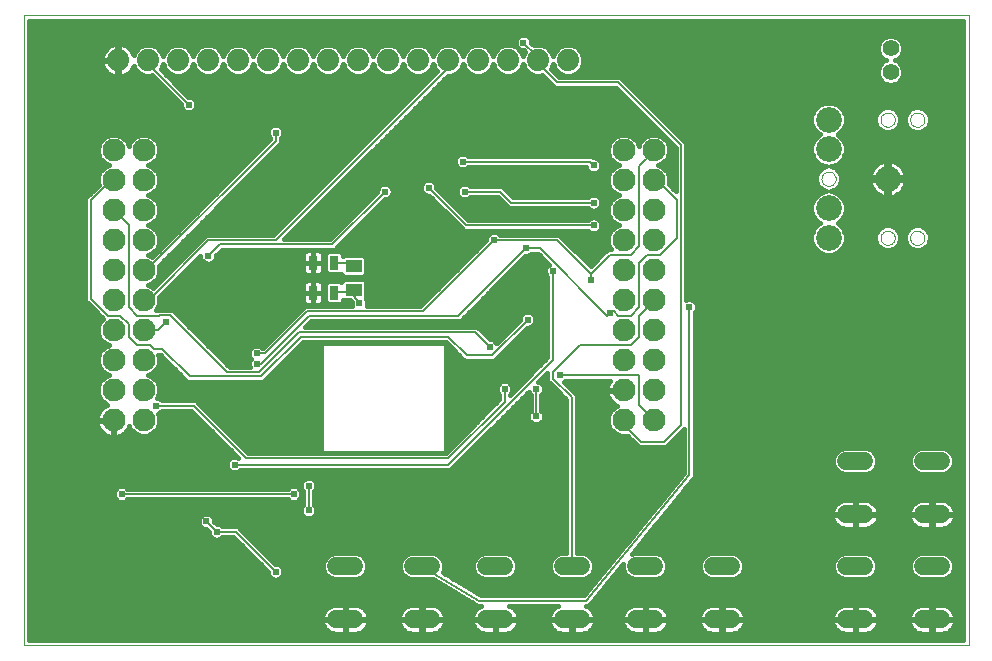
<source format=gbl>
G75*
%MOIN*%
%OFA0B0*%
%FSLAX24Y24*%
%IPPOS*%
%LPD*%
%AMOC8*
5,1,8,0,0,1.08239X$1,22.5*
%
%ADD10C,0.0000*%
%ADD11R,0.0315X0.0472*%
%ADD12C,0.0760*%
%ADD13C,0.0740*%
%ADD14C,0.0860*%
%ADD15R,0.0551X0.0433*%
%ADD16C,0.0600*%
%ADD17C,0.0560*%
%ADD18C,0.0160*%
%ADD19C,0.0240*%
%ADD20C,0.0080*%
D10*
X001443Y000680D02*
X001443Y021676D01*
X032939Y021676D01*
X032939Y000680D01*
X001443Y000680D01*
X028038Y016230D02*
X028040Y016260D01*
X028046Y016290D01*
X028055Y016319D01*
X028068Y016346D01*
X028085Y016371D01*
X028104Y016394D01*
X028127Y016415D01*
X028152Y016432D01*
X028178Y016446D01*
X028207Y016456D01*
X028236Y016463D01*
X028266Y016466D01*
X028297Y016465D01*
X028327Y016460D01*
X028356Y016451D01*
X028383Y016439D01*
X028409Y016424D01*
X028433Y016405D01*
X028454Y016383D01*
X028472Y016359D01*
X028487Y016332D01*
X028498Y016304D01*
X028506Y016275D01*
X028510Y016245D01*
X028510Y016215D01*
X028506Y016185D01*
X028498Y016156D01*
X028487Y016128D01*
X028472Y016101D01*
X028454Y016077D01*
X028433Y016055D01*
X028409Y016036D01*
X028383Y016021D01*
X028356Y016009D01*
X028327Y016000D01*
X028297Y015995D01*
X028266Y015994D01*
X028236Y015997D01*
X028207Y016004D01*
X028178Y016014D01*
X028152Y016028D01*
X028127Y016045D01*
X028104Y016066D01*
X028085Y016089D01*
X028068Y016114D01*
X028055Y016141D01*
X028046Y016170D01*
X028040Y016200D01*
X028038Y016230D01*
X030007Y018199D02*
X030009Y018229D01*
X030015Y018259D01*
X030024Y018288D01*
X030037Y018315D01*
X030054Y018340D01*
X030073Y018363D01*
X030096Y018384D01*
X030121Y018401D01*
X030147Y018415D01*
X030176Y018425D01*
X030205Y018432D01*
X030235Y018435D01*
X030266Y018434D01*
X030296Y018429D01*
X030325Y018420D01*
X030352Y018408D01*
X030378Y018393D01*
X030402Y018374D01*
X030423Y018352D01*
X030441Y018328D01*
X030456Y018301D01*
X030467Y018273D01*
X030475Y018244D01*
X030479Y018214D01*
X030479Y018184D01*
X030475Y018154D01*
X030467Y018125D01*
X030456Y018097D01*
X030441Y018070D01*
X030423Y018046D01*
X030402Y018024D01*
X030378Y018005D01*
X030352Y017990D01*
X030325Y017978D01*
X030296Y017969D01*
X030266Y017964D01*
X030235Y017963D01*
X030205Y017966D01*
X030176Y017973D01*
X030147Y017983D01*
X030121Y017997D01*
X030096Y018014D01*
X030073Y018035D01*
X030054Y018058D01*
X030037Y018083D01*
X030024Y018110D01*
X030015Y018139D01*
X030009Y018169D01*
X030007Y018199D01*
X030991Y018199D02*
X030993Y018229D01*
X030999Y018259D01*
X031008Y018288D01*
X031021Y018315D01*
X031038Y018340D01*
X031057Y018363D01*
X031080Y018384D01*
X031105Y018401D01*
X031131Y018415D01*
X031160Y018425D01*
X031189Y018432D01*
X031219Y018435D01*
X031250Y018434D01*
X031280Y018429D01*
X031309Y018420D01*
X031336Y018408D01*
X031362Y018393D01*
X031386Y018374D01*
X031407Y018352D01*
X031425Y018328D01*
X031440Y018301D01*
X031451Y018273D01*
X031459Y018244D01*
X031463Y018214D01*
X031463Y018184D01*
X031459Y018154D01*
X031451Y018125D01*
X031440Y018097D01*
X031425Y018070D01*
X031407Y018046D01*
X031386Y018024D01*
X031362Y018005D01*
X031336Y017990D01*
X031309Y017978D01*
X031280Y017969D01*
X031250Y017964D01*
X031219Y017963D01*
X031189Y017966D01*
X031160Y017973D01*
X031131Y017983D01*
X031105Y017997D01*
X031080Y018014D01*
X031057Y018035D01*
X031038Y018058D01*
X031021Y018083D01*
X031008Y018110D01*
X030999Y018139D01*
X030993Y018169D01*
X030991Y018199D01*
X030991Y014261D02*
X030993Y014291D01*
X030999Y014321D01*
X031008Y014350D01*
X031021Y014377D01*
X031038Y014402D01*
X031057Y014425D01*
X031080Y014446D01*
X031105Y014463D01*
X031131Y014477D01*
X031160Y014487D01*
X031189Y014494D01*
X031219Y014497D01*
X031250Y014496D01*
X031280Y014491D01*
X031309Y014482D01*
X031336Y014470D01*
X031362Y014455D01*
X031386Y014436D01*
X031407Y014414D01*
X031425Y014390D01*
X031440Y014363D01*
X031451Y014335D01*
X031459Y014306D01*
X031463Y014276D01*
X031463Y014246D01*
X031459Y014216D01*
X031451Y014187D01*
X031440Y014159D01*
X031425Y014132D01*
X031407Y014108D01*
X031386Y014086D01*
X031362Y014067D01*
X031336Y014052D01*
X031309Y014040D01*
X031280Y014031D01*
X031250Y014026D01*
X031219Y014025D01*
X031189Y014028D01*
X031160Y014035D01*
X031131Y014045D01*
X031105Y014059D01*
X031080Y014076D01*
X031057Y014097D01*
X031038Y014120D01*
X031021Y014145D01*
X031008Y014172D01*
X030999Y014201D01*
X030993Y014231D01*
X030991Y014261D01*
X030007Y014261D02*
X030009Y014291D01*
X030015Y014321D01*
X030024Y014350D01*
X030037Y014377D01*
X030054Y014402D01*
X030073Y014425D01*
X030096Y014446D01*
X030121Y014463D01*
X030147Y014477D01*
X030176Y014487D01*
X030205Y014494D01*
X030235Y014497D01*
X030266Y014496D01*
X030296Y014491D01*
X030325Y014482D01*
X030352Y014470D01*
X030378Y014455D01*
X030402Y014436D01*
X030423Y014414D01*
X030441Y014390D01*
X030456Y014363D01*
X030467Y014335D01*
X030475Y014306D01*
X030479Y014276D01*
X030479Y014246D01*
X030475Y014216D01*
X030467Y014187D01*
X030456Y014159D01*
X030441Y014132D01*
X030423Y014108D01*
X030402Y014086D01*
X030378Y014067D01*
X030352Y014052D01*
X030325Y014040D01*
X030296Y014031D01*
X030266Y014026D01*
X030235Y014025D01*
X030205Y014028D01*
X030176Y014035D01*
X030147Y014045D01*
X030121Y014059D01*
X030096Y014076D01*
X030073Y014097D01*
X030054Y014120D01*
X030037Y014145D01*
X030024Y014172D01*
X030015Y014201D01*
X030009Y014231D01*
X030007Y014261D01*
D11*
X011797Y013430D03*
X011089Y013430D03*
X011089Y012430D03*
X011797Y012430D03*
D12*
X005443Y012180D03*
X004443Y012180D03*
X004443Y011180D03*
X005443Y011180D03*
X005443Y010180D03*
X004443Y010180D03*
X004443Y009180D03*
X005443Y009180D03*
X005443Y008180D03*
X004443Y008180D03*
X004443Y013180D03*
X005443Y013180D03*
X005443Y014180D03*
X004443Y014180D03*
X004443Y015180D03*
X005443Y015180D03*
X005443Y016180D03*
X004443Y016180D03*
X004443Y017180D03*
X005443Y017180D03*
X021443Y017180D03*
X022443Y017180D03*
X022443Y016180D03*
X021443Y016180D03*
X021443Y015180D03*
X022443Y015180D03*
X022443Y014180D03*
X021443Y014180D03*
X021443Y013180D03*
X022443Y013180D03*
X022443Y012180D03*
X021443Y012180D03*
X021443Y011180D03*
X022443Y011180D03*
X022443Y010180D03*
X021443Y010180D03*
X021443Y009180D03*
X022443Y009180D03*
X022443Y008180D03*
X021443Y008180D03*
D13*
X019592Y020180D03*
X018592Y020180D03*
X017592Y020180D03*
X016592Y020180D03*
X015592Y020180D03*
X014592Y020180D03*
X013592Y020180D03*
X012592Y020180D03*
X011592Y020180D03*
X010592Y020180D03*
X009592Y020180D03*
X008592Y020180D03*
X007592Y020180D03*
X006592Y020180D03*
X005592Y020180D03*
X004592Y020180D03*
D14*
X028274Y018199D03*
X028274Y017214D03*
X030243Y016230D03*
X028274Y015246D03*
X028274Y014261D03*
D15*
X012443Y013324D03*
X012443Y012536D03*
D16*
X012463Y003320D02*
X011863Y003320D01*
X014423Y003320D02*
X015023Y003320D01*
X016863Y003320D02*
X017463Y003320D01*
X019423Y003320D02*
X020023Y003320D01*
X021863Y003320D02*
X022463Y003320D01*
X024423Y003320D02*
X025023Y003320D01*
X025023Y001540D02*
X024423Y001540D01*
X022463Y001540D02*
X021863Y001540D01*
X020023Y001540D02*
X019423Y001540D01*
X017463Y001540D02*
X016863Y001540D01*
X015023Y001540D02*
X014423Y001540D01*
X012463Y001540D02*
X011863Y001540D01*
X028863Y001540D02*
X029463Y001540D01*
X031423Y001540D02*
X032023Y001540D01*
X032023Y003320D02*
X031423Y003320D01*
X029463Y003320D02*
X028863Y003320D01*
X028863Y005040D02*
X029463Y005040D01*
X031423Y005040D02*
X032023Y005040D01*
X032023Y006820D02*
X031423Y006820D01*
X029463Y006820D02*
X028863Y006820D01*
D17*
X030343Y019786D03*
X030343Y020574D03*
D18*
X030490Y020180D02*
X030581Y020218D01*
X030699Y020336D01*
X030763Y020490D01*
X030763Y020657D01*
X030699Y020812D01*
X030581Y020930D01*
X030426Y020994D01*
X030259Y020994D01*
X030105Y020930D01*
X029987Y020812D01*
X029923Y020657D01*
X029923Y020490D01*
X029987Y020336D01*
X030105Y020218D01*
X030196Y020180D01*
X030105Y020142D01*
X029987Y020024D01*
X029923Y019870D01*
X029923Y019703D01*
X029987Y019548D01*
X030105Y019430D01*
X030259Y019366D01*
X030426Y019366D01*
X030581Y019430D01*
X030699Y019548D01*
X030763Y019703D01*
X030763Y019870D01*
X030699Y020024D01*
X030581Y020142D01*
X030490Y020180D01*
X030501Y020176D02*
X032759Y020176D01*
X032759Y020334D02*
X030697Y020334D01*
X030763Y020493D02*
X032759Y020493D01*
X032759Y020651D02*
X030763Y020651D01*
X030700Y020810D02*
X032759Y020810D01*
X032759Y020968D02*
X030488Y020968D01*
X030197Y020968D02*
X018273Y020968D01*
X018250Y020990D02*
X018155Y021030D01*
X018051Y021030D01*
X017956Y020990D01*
X017882Y020917D01*
X017843Y020822D01*
X017843Y020718D01*
X017882Y020623D01*
X017956Y020550D01*
X018051Y020510D01*
X018108Y020510D01*
X018157Y020461D01*
X018092Y020306D01*
X018025Y020469D01*
X017881Y020612D01*
X017694Y020690D01*
X017491Y020690D01*
X017304Y020612D01*
X017160Y020469D01*
X017092Y020306D01*
X017025Y020469D01*
X016881Y020612D01*
X016694Y020690D01*
X016491Y020690D01*
X016304Y020612D01*
X016160Y020469D01*
X016092Y020306D01*
X016025Y020469D01*
X015881Y020612D01*
X015694Y020690D01*
X015491Y020690D01*
X015304Y020612D01*
X015160Y020469D01*
X015092Y020306D01*
X015025Y020469D01*
X014881Y020612D01*
X014694Y020690D01*
X014491Y020690D01*
X014304Y020612D01*
X014160Y020469D01*
X014092Y020306D01*
X014025Y020469D01*
X013881Y020612D01*
X013694Y020690D01*
X013491Y020690D01*
X013304Y020612D01*
X013160Y020469D01*
X013092Y020306D01*
X013025Y020469D01*
X012881Y020612D01*
X012694Y020690D01*
X012491Y020690D01*
X012304Y020612D01*
X012160Y020469D01*
X012092Y020306D01*
X012025Y020469D01*
X011881Y020612D01*
X011694Y020690D01*
X011491Y020690D01*
X011304Y020612D01*
X011160Y020469D01*
X011092Y020306D01*
X011025Y020469D01*
X010881Y020612D01*
X010694Y020690D01*
X010491Y020690D01*
X010304Y020612D01*
X010160Y020469D01*
X010092Y020306D01*
X010025Y020469D01*
X009881Y020612D01*
X009694Y020690D01*
X009491Y020690D01*
X009304Y020612D01*
X009160Y020469D01*
X009092Y020306D01*
X009025Y020469D01*
X008881Y020612D01*
X008694Y020690D01*
X008491Y020690D01*
X008304Y020612D01*
X008160Y020469D01*
X008092Y020306D01*
X008025Y020469D01*
X007881Y020612D01*
X007694Y020690D01*
X007491Y020690D01*
X007304Y020612D01*
X007160Y020469D01*
X007092Y020306D01*
X007025Y020469D01*
X006881Y020612D01*
X006694Y020690D01*
X006491Y020690D01*
X006304Y020612D01*
X006160Y020469D01*
X006092Y020306D01*
X006025Y020469D01*
X005881Y020612D01*
X005694Y020690D01*
X005491Y020690D01*
X005304Y020612D01*
X005160Y020469D01*
X005113Y020356D01*
X005102Y020391D01*
X005063Y020468D01*
X005012Y020538D01*
X004951Y020600D01*
X004881Y020650D01*
X004804Y020690D01*
X004721Y020716D01*
X004636Y020730D01*
X004612Y020730D01*
X004612Y020200D01*
X004572Y020200D01*
X004572Y020160D01*
X004042Y020160D01*
X004042Y020137D01*
X004056Y020051D01*
X004083Y019969D01*
X004122Y019892D01*
X004173Y019822D01*
X004234Y019760D01*
X004304Y019710D01*
X004381Y019670D01*
X004464Y019644D01*
X004549Y019630D01*
X004572Y019630D01*
X004572Y020160D01*
X004612Y020160D01*
X004612Y019630D01*
X004636Y019630D01*
X004721Y019644D01*
X004804Y019670D01*
X004881Y019710D01*
X004951Y019760D01*
X005012Y019822D01*
X005063Y019892D01*
X005102Y019969D01*
X005113Y020004D01*
X005160Y019891D01*
X005304Y019748D01*
X005491Y019670D01*
X005694Y019670D01*
X005711Y019677D01*
X006683Y018705D01*
X006683Y018648D01*
X006722Y018553D01*
X006796Y018480D01*
X006891Y018440D01*
X006995Y018440D01*
X007090Y018480D01*
X007163Y018553D01*
X007203Y018648D01*
X007203Y018752D01*
X007163Y018847D01*
X007090Y018920D01*
X006995Y018960D01*
X006937Y018960D01*
X006016Y019882D01*
X006025Y019891D01*
X006092Y020054D01*
X006160Y019891D01*
X006304Y019748D01*
X006491Y019670D01*
X006694Y019670D01*
X006881Y019748D01*
X007025Y019891D01*
X007092Y020054D01*
X007160Y019891D01*
X007304Y019748D01*
X007491Y019670D01*
X007694Y019670D01*
X007881Y019748D01*
X008025Y019891D01*
X008092Y020054D01*
X008160Y019891D01*
X008304Y019748D01*
X008491Y019670D01*
X008694Y019670D01*
X008881Y019748D01*
X009025Y019891D01*
X009092Y020054D01*
X009160Y019891D01*
X009304Y019748D01*
X009491Y019670D01*
X009694Y019670D01*
X009881Y019748D01*
X010025Y019891D01*
X010092Y020054D01*
X010160Y019891D01*
X010304Y019748D01*
X010491Y019670D01*
X010694Y019670D01*
X010881Y019748D01*
X011025Y019891D01*
X011092Y020054D01*
X011160Y019891D01*
X011304Y019748D01*
X011491Y019670D01*
X011694Y019670D01*
X011881Y019748D01*
X012025Y019891D01*
X012092Y020054D01*
X012160Y019891D01*
X012304Y019748D01*
X012491Y019670D01*
X012694Y019670D01*
X012881Y019748D01*
X013025Y019891D01*
X013092Y020054D01*
X013160Y019891D01*
X013304Y019748D01*
X013491Y019670D01*
X013694Y019670D01*
X013881Y019748D01*
X014025Y019891D01*
X014092Y020054D01*
X014160Y019891D01*
X014304Y019748D01*
X014491Y019670D01*
X014694Y019670D01*
X014881Y019748D01*
X015025Y019891D01*
X015092Y020054D01*
X015160Y019891D01*
X015225Y019826D01*
X009768Y014370D01*
X007528Y014370D01*
X005758Y012600D01*
X005737Y012621D01*
X005595Y012680D01*
X005737Y012739D01*
X005884Y012885D01*
X005963Y013077D01*
X005963Y013283D01*
X005945Y013327D01*
X010023Y017405D01*
X010023Y017572D01*
X010063Y017613D01*
X010103Y017708D01*
X010103Y017812D01*
X010063Y017907D01*
X009990Y017980D01*
X009895Y018020D01*
X009791Y018020D01*
X009696Y017980D01*
X009622Y017907D01*
X009583Y017812D01*
X009583Y017708D01*
X009622Y017613D01*
X009663Y017572D01*
X009663Y017555D01*
X005732Y013623D01*
X005595Y013680D01*
X005737Y013739D01*
X005884Y013885D01*
X005963Y014077D01*
X005963Y014283D01*
X005884Y014475D01*
X005737Y014621D01*
X005595Y014680D01*
X005737Y014739D01*
X005884Y014885D01*
X005963Y015077D01*
X005963Y015283D01*
X005884Y015475D01*
X005737Y015621D01*
X005595Y015680D01*
X005737Y015739D01*
X005884Y015885D01*
X005963Y016077D01*
X005963Y016283D01*
X005884Y016475D01*
X005737Y016621D01*
X005595Y016680D01*
X005737Y016739D01*
X005884Y016885D01*
X005963Y017077D01*
X005963Y017283D01*
X005884Y017475D01*
X005737Y017621D01*
X005546Y017700D01*
X005339Y017700D01*
X005148Y017621D01*
X005002Y017475D01*
X004943Y017332D01*
X004884Y017475D01*
X004737Y017621D01*
X004546Y017700D01*
X004339Y017700D01*
X004148Y017621D01*
X004002Y017475D01*
X003923Y017283D01*
X003923Y017077D01*
X004002Y016885D01*
X004148Y016739D01*
X004291Y016680D01*
X004148Y016621D01*
X004002Y016475D01*
X003923Y016283D01*
X003923Y016077D01*
X003941Y016033D01*
X003503Y015595D01*
X003503Y012155D01*
X003608Y012050D01*
X004093Y011565D01*
X004002Y011475D01*
X003923Y011283D01*
X003923Y011077D01*
X004002Y010885D01*
X004148Y010739D01*
X004291Y010680D01*
X004148Y010621D01*
X004002Y010475D01*
X003923Y010283D01*
X003923Y010077D01*
X004002Y009885D01*
X004148Y009739D01*
X004291Y009680D01*
X004148Y009621D01*
X004002Y009475D01*
X003923Y009283D01*
X003923Y009077D01*
X004002Y008885D01*
X004148Y008739D01*
X004238Y008702D01*
X004228Y008699D01*
X004149Y008659D01*
X004078Y008607D01*
X004016Y008545D01*
X003964Y008474D01*
X003924Y008395D01*
X003897Y008311D01*
X003883Y008224D01*
X003883Y008200D01*
X004423Y008200D01*
X004423Y008160D01*
X004463Y008160D01*
X004463Y007620D01*
X004487Y007620D01*
X004574Y007634D01*
X004658Y007661D01*
X004736Y007701D01*
X004808Y007753D01*
X004870Y007815D01*
X004922Y007886D01*
X004962Y007965D01*
X004965Y007975D01*
X005002Y007885D01*
X005148Y007739D01*
X005339Y007660D01*
X005546Y007660D01*
X005737Y007739D01*
X005884Y007885D01*
X005963Y008077D01*
X005963Y008283D01*
X005913Y008404D01*
X006000Y008440D01*
X006041Y008480D01*
X007038Y008480D01*
X008582Y006936D01*
X008525Y006960D01*
X008421Y006960D01*
X008326Y006920D01*
X008252Y006847D01*
X008213Y006752D01*
X008213Y006648D01*
X008252Y006553D01*
X008326Y006480D01*
X008421Y006440D01*
X008525Y006440D01*
X008620Y006480D01*
X008661Y006520D01*
X015657Y006520D01*
X018275Y009138D01*
X018302Y009073D01*
X018343Y009032D01*
X018343Y008498D01*
X018302Y008457D01*
X018263Y008362D01*
X018263Y008258D01*
X018302Y008163D01*
X018376Y008090D01*
X018471Y008050D01*
X018575Y008050D01*
X018670Y008090D01*
X018743Y008163D01*
X018783Y008258D01*
X018783Y008362D01*
X018743Y008457D01*
X018703Y008498D01*
X018703Y009032D01*
X018743Y009073D01*
X018783Y009168D01*
X018783Y009272D01*
X018743Y009367D01*
X018670Y009440D01*
X018605Y009467D01*
X018903Y009765D01*
X018903Y009495D01*
X019008Y009390D01*
X019533Y008865D01*
X019533Y003760D01*
X019335Y003760D01*
X019174Y003693D01*
X019050Y003569D01*
X018983Y003408D01*
X018983Y003232D01*
X019050Y003071D01*
X019174Y002947D01*
X019335Y002880D01*
X020110Y002880D01*
X020272Y002947D01*
X020396Y003071D01*
X020463Y003232D01*
X020463Y003408D01*
X020396Y003569D01*
X020272Y003693D01*
X020110Y003760D01*
X019893Y003760D01*
X019893Y009015D01*
X019451Y009456D01*
X019460Y009460D01*
X019501Y009500D01*
X020983Y009500D01*
X020964Y009474D01*
X020924Y009395D01*
X020897Y009311D01*
X020883Y009224D01*
X020883Y009200D01*
X021423Y009200D01*
X021423Y009160D01*
X020883Y009160D01*
X020883Y009136D01*
X020897Y009049D01*
X020924Y008965D01*
X020964Y008886D01*
X021016Y008815D01*
X021078Y008753D01*
X021149Y008701D01*
X021228Y008661D01*
X021238Y008658D01*
X021148Y008621D01*
X021002Y008475D01*
X020923Y008283D01*
X020923Y008077D01*
X021002Y007885D01*
X021148Y007739D01*
X021339Y007660D01*
X021546Y007660D01*
X021569Y007669D01*
X021843Y007395D01*
X021948Y007290D01*
X022867Y007290D01*
X023427Y007850D01*
X023453Y007875D01*
X023453Y006414D01*
X020118Y002350D01*
X016682Y002350D01*
X015411Y003106D01*
X015463Y003232D01*
X015463Y003408D01*
X015396Y003569D01*
X015272Y003693D01*
X015110Y003760D01*
X014335Y003760D01*
X014174Y003693D01*
X014050Y003569D01*
X013983Y003408D01*
X013983Y003232D01*
X014050Y003071D01*
X014174Y002947D01*
X014335Y002880D01*
X015087Y002880D01*
X016521Y002027D01*
X016558Y001990D01*
X016583Y001990D01*
X016605Y001977D01*
X016655Y001990D01*
X016694Y001990D01*
X016679Y001985D01*
X016611Y001951D01*
X016550Y001906D01*
X016497Y001853D01*
X016452Y001792D01*
X016418Y001724D01*
X016395Y001652D01*
X016383Y001578D01*
X016383Y001560D01*
X017143Y001560D01*
X017143Y001520D01*
X017183Y001520D01*
X017183Y001560D01*
X017943Y001560D01*
X017943Y001578D01*
X017931Y001652D01*
X017908Y001724D01*
X017873Y001792D01*
X017829Y001853D01*
X017776Y001906D01*
X017714Y001951D01*
X017647Y001985D01*
X017631Y001990D01*
X019254Y001990D01*
X019239Y001985D01*
X019171Y001951D01*
X019110Y001906D01*
X019057Y001853D01*
X019012Y001792D01*
X018978Y001724D01*
X018955Y001652D01*
X018943Y001578D01*
X018943Y001560D01*
X019703Y001560D01*
X019703Y001520D01*
X019743Y001520D01*
X019743Y001560D01*
X020503Y001560D01*
X020503Y001578D01*
X020491Y001652D01*
X020468Y001724D01*
X020433Y001792D01*
X020389Y001853D01*
X020336Y001906D01*
X020274Y001951D01*
X020207Y001985D01*
X020196Y001988D01*
X020212Y001990D01*
X020277Y001990D01*
X020285Y001997D01*
X020295Y001998D01*
X020336Y002049D01*
X020383Y002095D01*
X020383Y002106D01*
X021423Y003373D01*
X021423Y003232D01*
X021490Y003071D01*
X021614Y002947D01*
X021775Y002880D01*
X022550Y002880D01*
X022712Y002947D01*
X022836Y003071D01*
X022903Y003232D01*
X022903Y003408D01*
X022836Y003569D01*
X022712Y003693D01*
X022550Y003760D01*
X021775Y003760D01*
X021722Y003738D01*
X023766Y006229D01*
X023813Y006275D01*
X023813Y006286D01*
X023819Y006293D01*
X023813Y006359D01*
X023813Y011762D01*
X023853Y011803D01*
X023893Y011898D01*
X023893Y012002D01*
X023853Y012097D01*
X023780Y012170D01*
X023685Y012210D01*
X023581Y012210D01*
X023533Y012190D01*
X023533Y017415D01*
X021433Y019515D01*
X021327Y019620D01*
X019297Y019620D01*
X019025Y019892D01*
X019092Y020054D01*
X019160Y019891D01*
X019304Y019748D01*
X019491Y019670D01*
X019694Y019670D01*
X019881Y019748D01*
X020025Y019891D01*
X020102Y020079D01*
X020102Y020281D01*
X020025Y020469D01*
X019881Y020612D01*
X019694Y020690D01*
X019491Y020690D01*
X019304Y020612D01*
X019160Y020469D01*
X019092Y020306D01*
X019025Y020469D01*
X018881Y020612D01*
X018694Y020690D01*
X018491Y020690D01*
X018453Y020674D01*
X018363Y020765D01*
X018363Y020822D01*
X018323Y020917D01*
X018250Y020990D01*
X018363Y020810D02*
X029986Y020810D01*
X029923Y020651D02*
X019788Y020651D01*
X020001Y020493D02*
X029923Y020493D01*
X029989Y020334D02*
X020081Y020334D01*
X020102Y020176D02*
X030185Y020176D01*
X029984Y020017D02*
X020077Y020017D01*
X019992Y019859D02*
X029923Y019859D01*
X029924Y019700D02*
X019766Y019700D01*
X019419Y019700D02*
X019217Y019700D01*
X019193Y019859D02*
X019059Y019859D01*
X019077Y020017D02*
X019108Y020017D01*
X019104Y020334D02*
X019081Y020334D01*
X019001Y020493D02*
X019184Y020493D01*
X019397Y020651D02*
X018788Y020651D01*
X018126Y020493D02*
X018001Y020493D01*
X018081Y020334D02*
X018104Y020334D01*
X018092Y020054D02*
X018160Y019891D01*
X018304Y019748D01*
X018491Y019670D01*
X018694Y019670D01*
X018725Y019683D01*
X019148Y019260D01*
X021178Y019260D01*
X023173Y017265D01*
X023173Y015815D01*
X022948Y016040D01*
X022963Y016077D01*
X022963Y016283D01*
X022884Y016475D01*
X022737Y016621D01*
X022595Y016680D01*
X022737Y016739D01*
X022884Y016885D01*
X022963Y017077D01*
X022963Y017283D01*
X022884Y017475D01*
X022737Y017621D01*
X022546Y017700D01*
X022339Y017700D01*
X022148Y017621D01*
X022002Y017475D01*
X021943Y017332D01*
X021884Y017475D01*
X021737Y017621D01*
X021546Y017700D01*
X021339Y017700D01*
X021148Y017621D01*
X021002Y017475D01*
X020923Y017283D01*
X020923Y017077D01*
X021002Y016885D01*
X021148Y016739D01*
X021291Y016680D01*
X021148Y016621D01*
X021002Y016475D01*
X020923Y016283D01*
X020923Y016077D01*
X021002Y015885D01*
X021148Y015739D01*
X021291Y015680D01*
X021148Y015621D01*
X021002Y015475D01*
X020923Y015283D01*
X020923Y015077D01*
X021002Y014885D01*
X021148Y014739D01*
X021291Y014680D01*
X021148Y014621D01*
X021002Y014475D01*
X020923Y014283D01*
X020923Y014077D01*
X021002Y013885D01*
X021007Y013880D01*
X020898Y013880D01*
X020793Y013775D01*
X020343Y013325D01*
X019297Y014370D01*
X017311Y014370D01*
X017270Y014410D01*
X017175Y014450D01*
X017071Y014450D01*
X016976Y014410D01*
X016902Y014337D01*
X016863Y014242D01*
X016863Y014185D01*
X014668Y011990D01*
X012873Y011990D01*
X012893Y012038D01*
X012893Y012142D01*
X012853Y012237D01*
X012844Y012247D01*
X012858Y012262D01*
X012858Y012811D01*
X012776Y012893D01*
X012109Y012893D01*
X012027Y012811D01*
X012027Y012792D01*
X012013Y012806D01*
X011582Y012806D01*
X011500Y012724D01*
X011500Y012136D01*
X011582Y012054D01*
X012013Y012054D01*
X012095Y012136D01*
X012095Y012194D01*
X012109Y012180D01*
X012336Y012180D01*
X012373Y012132D01*
X012373Y012038D01*
X012393Y011990D01*
X010818Y011990D01*
X010713Y011885D01*
X009418Y010590D01*
X009401Y010590D01*
X009360Y010630D01*
X009265Y010670D01*
X009161Y010670D01*
X009066Y010630D01*
X008992Y010557D01*
X008953Y010462D01*
X008953Y010358D01*
X008992Y010263D01*
X009020Y010235D01*
X008992Y010207D01*
X008953Y010112D01*
X008953Y010008D01*
X008973Y009960D01*
X008307Y009960D01*
X006513Y011755D01*
X006407Y011860D01*
X006076Y011860D01*
X006067Y011867D01*
X006003Y011860D01*
X005938Y011860D01*
X005930Y011852D01*
X005913Y011850D01*
X005848Y011850D01*
X005884Y011885D01*
X005963Y012077D01*
X005963Y012283D01*
X005959Y012292D01*
X007333Y013665D01*
X007333Y013608D01*
X007372Y013513D01*
X007446Y013440D01*
X007541Y013400D01*
X007645Y013400D01*
X007740Y013440D01*
X007813Y013513D01*
X007853Y013608D01*
X007853Y013665D01*
X008057Y013870D01*
X011807Y013870D01*
X011913Y013975D01*
X013477Y015540D01*
X013535Y015540D01*
X013630Y015580D01*
X013703Y015653D01*
X013743Y015748D01*
X013743Y015852D01*
X013703Y015947D01*
X013630Y016020D01*
X013535Y016060D01*
X013431Y016060D01*
X013336Y016020D01*
X013262Y015947D01*
X013223Y015852D01*
X013223Y015795D01*
X011658Y014230D01*
X010137Y014230D01*
X015577Y019670D01*
X015694Y019670D01*
X015881Y019748D01*
X016025Y019891D01*
X016092Y020054D01*
X016160Y019891D01*
X016304Y019748D01*
X016491Y019670D01*
X016694Y019670D01*
X016881Y019748D01*
X017025Y019891D01*
X017092Y020054D01*
X017160Y019891D01*
X017304Y019748D01*
X017491Y019670D01*
X017694Y019670D01*
X017881Y019748D01*
X018025Y019891D01*
X018092Y020054D01*
X018077Y020017D02*
X018108Y020017D01*
X018193Y019859D02*
X017992Y019859D01*
X017766Y019700D02*
X018419Y019700D01*
X018867Y019542D02*
X015449Y019542D01*
X015290Y019383D02*
X019025Y019383D01*
X017419Y019700D02*
X016766Y019700D01*
X016992Y019859D02*
X017193Y019859D01*
X017108Y020017D02*
X017077Y020017D01*
X017081Y020334D02*
X017104Y020334D01*
X017184Y020493D02*
X017001Y020493D01*
X016788Y020651D02*
X017397Y020651D01*
X017788Y020651D02*
X017871Y020651D01*
X017843Y020810D02*
X001623Y020810D01*
X001623Y020968D02*
X017933Y020968D01*
X016397Y020651D02*
X015788Y020651D01*
X016001Y020493D02*
X016184Y020493D01*
X016104Y020334D02*
X016081Y020334D01*
X016077Y020017D02*
X016108Y020017D01*
X016193Y019859D02*
X015992Y019859D01*
X015766Y019700D02*
X016419Y019700D01*
X015193Y019859D02*
X014992Y019859D01*
X015077Y020017D02*
X015108Y020017D01*
X015104Y020334D02*
X015081Y020334D01*
X015001Y020493D02*
X015184Y020493D01*
X015397Y020651D02*
X014788Y020651D01*
X014397Y020651D02*
X013788Y020651D01*
X014001Y020493D02*
X014184Y020493D01*
X014104Y020334D02*
X014081Y020334D01*
X014077Y020017D02*
X014108Y020017D01*
X014193Y019859D02*
X013992Y019859D01*
X013766Y019700D02*
X014419Y019700D01*
X014766Y019700D02*
X015098Y019700D01*
X014940Y019542D02*
X006356Y019542D01*
X006419Y019700D02*
X006197Y019700D01*
X006193Y019859D02*
X006039Y019859D01*
X006077Y020017D02*
X006108Y020017D01*
X006104Y020334D02*
X006081Y020334D01*
X006001Y020493D02*
X006184Y020493D01*
X006397Y020651D02*
X005788Y020651D01*
X005397Y020651D02*
X004879Y020651D01*
X005045Y020493D02*
X005184Y020493D01*
X004612Y020493D02*
X004572Y020493D01*
X004572Y020651D02*
X004612Y020651D01*
X004572Y020730D02*
X004549Y020730D01*
X004464Y020716D01*
X004381Y020690D01*
X004304Y020650D01*
X004234Y020600D01*
X004173Y020538D01*
X004122Y020468D01*
X004083Y020391D01*
X004056Y020309D01*
X004042Y020223D01*
X004042Y020200D01*
X004572Y020200D01*
X004572Y020730D01*
X004305Y020651D02*
X001623Y020651D01*
X001623Y020493D02*
X004140Y020493D01*
X004064Y020334D02*
X001623Y020334D01*
X001623Y020176D02*
X004572Y020176D01*
X004572Y020334D02*
X004612Y020334D01*
X004612Y020017D02*
X004572Y020017D01*
X004572Y019859D02*
X004612Y019859D01*
X004612Y019700D02*
X004572Y019700D01*
X004323Y019700D02*
X001623Y019700D01*
X001623Y019542D02*
X005847Y019542D01*
X006005Y019383D02*
X001623Y019383D01*
X001623Y019225D02*
X006164Y019225D01*
X006322Y019066D02*
X001623Y019066D01*
X001623Y018908D02*
X006481Y018908D01*
X006639Y018749D02*
X001623Y018749D01*
X001623Y018591D02*
X006707Y018591D01*
X007179Y018591D02*
X013989Y018591D01*
X014147Y018749D02*
X007203Y018749D01*
X007103Y018908D02*
X014306Y018908D01*
X014464Y019066D02*
X006831Y019066D01*
X006673Y019225D02*
X014623Y019225D01*
X014781Y019383D02*
X006514Y019383D01*
X006766Y019700D02*
X007419Y019700D01*
X007193Y019859D02*
X006992Y019859D01*
X007077Y020017D02*
X007108Y020017D01*
X007104Y020334D02*
X007081Y020334D01*
X007001Y020493D02*
X007184Y020493D01*
X007397Y020651D02*
X006788Y020651D01*
X007788Y020651D02*
X008397Y020651D01*
X008184Y020493D02*
X008001Y020493D01*
X008081Y020334D02*
X008104Y020334D01*
X008108Y020017D02*
X008077Y020017D01*
X007992Y019859D02*
X008193Y019859D01*
X008419Y019700D02*
X007766Y019700D01*
X008766Y019700D02*
X009419Y019700D01*
X009193Y019859D02*
X008992Y019859D01*
X009077Y020017D02*
X009108Y020017D01*
X009104Y020334D02*
X009081Y020334D01*
X009001Y020493D02*
X009184Y020493D01*
X009397Y020651D02*
X008788Y020651D01*
X009788Y020651D02*
X010397Y020651D01*
X010184Y020493D02*
X010001Y020493D01*
X010081Y020334D02*
X010104Y020334D01*
X010108Y020017D02*
X010077Y020017D01*
X009992Y019859D02*
X010193Y019859D01*
X010419Y019700D02*
X009766Y019700D01*
X010766Y019700D02*
X011419Y019700D01*
X011193Y019859D02*
X010992Y019859D01*
X011077Y020017D02*
X011108Y020017D01*
X011104Y020334D02*
X011081Y020334D01*
X011001Y020493D02*
X011184Y020493D01*
X011397Y020651D02*
X010788Y020651D01*
X011788Y020651D02*
X012397Y020651D01*
X012184Y020493D02*
X012001Y020493D01*
X012081Y020334D02*
X012104Y020334D01*
X012108Y020017D02*
X012077Y020017D01*
X011992Y019859D02*
X012193Y019859D01*
X012419Y019700D02*
X011766Y019700D01*
X012766Y019700D02*
X013419Y019700D01*
X013193Y019859D02*
X012992Y019859D01*
X013077Y020017D02*
X013108Y020017D01*
X013104Y020334D02*
X013081Y020334D01*
X013001Y020493D02*
X013184Y020493D01*
X013397Y020651D02*
X012788Y020651D01*
X014973Y019066D02*
X021372Y019066D01*
X021214Y019225D02*
X015132Y019225D01*
X014815Y018908D02*
X021531Y018908D01*
X021689Y018749D02*
X014656Y018749D01*
X014498Y018591D02*
X021848Y018591D01*
X022006Y018432D02*
X014339Y018432D01*
X014181Y018274D02*
X022165Y018274D01*
X022323Y018115D02*
X014022Y018115D01*
X013864Y017957D02*
X022482Y017957D01*
X022640Y017798D02*
X013705Y017798D01*
X013547Y017640D02*
X021193Y017640D01*
X021008Y017481D02*
X013388Y017481D01*
X013230Y017323D02*
X020939Y017323D01*
X020923Y017164D02*
X013071Y017164D01*
X012913Y017006D02*
X015921Y017006D01*
X015936Y017020D02*
X015862Y016947D01*
X015823Y016852D01*
X015823Y016748D01*
X015862Y016653D01*
X015936Y016580D01*
X016031Y016540D01*
X016135Y016540D01*
X016230Y016580D01*
X016271Y016620D01*
X020186Y016620D01*
X020222Y016533D01*
X020296Y016460D01*
X020391Y016420D01*
X020495Y016420D01*
X020590Y016460D01*
X020663Y016533D01*
X020703Y016628D01*
X020703Y016732D01*
X020663Y016827D01*
X020590Y016900D01*
X020495Y016940D01*
X020437Y016940D01*
X020397Y016980D01*
X016271Y016980D01*
X016230Y017020D01*
X016135Y017060D01*
X016031Y017060D01*
X015936Y017020D01*
X015823Y016847D02*
X012754Y016847D01*
X012596Y016689D02*
X015848Y016689D01*
X016245Y017006D02*
X020952Y017006D01*
X021040Y016847D02*
X020644Y016847D01*
X020703Y016689D02*
X021271Y016689D01*
X021057Y016530D02*
X020661Y016530D01*
X020959Y016372D02*
X012279Y016372D01*
X012437Y016530D02*
X020225Y016530D01*
X020923Y016213D02*
X012120Y016213D01*
X011962Y016055D02*
X013418Y016055D01*
X013548Y016055D02*
X014713Y016055D01*
X014722Y016077D02*
X014683Y015982D01*
X014683Y015878D01*
X014722Y015783D01*
X014796Y015710D01*
X014891Y015670D01*
X014948Y015670D01*
X016013Y014605D01*
X016118Y014500D01*
X020255Y014500D01*
X020296Y014460D01*
X020391Y014420D01*
X020495Y014420D01*
X020590Y014460D01*
X020663Y014533D01*
X020703Y014628D01*
X021166Y014628D01*
X021101Y014787D02*
X020680Y014787D01*
X020663Y014827D02*
X020703Y014732D01*
X020703Y014628D01*
X020600Y014470D02*
X021000Y014470D01*
X020934Y014311D02*
X019356Y014311D01*
X019515Y014153D02*
X020923Y014153D01*
X020957Y013994D02*
X019673Y013994D01*
X019832Y013836D02*
X020854Y013836D01*
X020695Y013677D02*
X019990Y013677D01*
X020149Y013519D02*
X020537Y013519D01*
X020378Y013360D02*
X020307Y013360D01*
X018951Y013367D02*
X018936Y013360D01*
X018862Y013287D01*
X018823Y013192D01*
X018823Y013088D01*
X018862Y012993D01*
X018903Y012952D01*
X018903Y010275D01*
X017653Y009025D01*
X017653Y009032D01*
X017693Y009073D01*
X017733Y009168D01*
X017733Y009272D01*
X017693Y009367D01*
X017620Y009440D01*
X017525Y009480D01*
X017421Y009480D01*
X017326Y009440D01*
X017252Y009367D01*
X017213Y009272D01*
X017213Y009168D01*
X017252Y009073D01*
X017293Y009032D01*
X017293Y008875D01*
X015508Y007090D01*
X008937Y007090D01*
X007293Y008735D01*
X007187Y008840D01*
X006041Y008840D01*
X006000Y008880D01*
X005905Y008920D01*
X005898Y008920D01*
X005963Y009077D01*
X005963Y009283D01*
X005884Y009475D01*
X005737Y009621D01*
X005595Y009680D01*
X005737Y009739D01*
X005884Y009885D01*
X005963Y010077D01*
X005963Y010283D01*
X005927Y010370D01*
X005988Y010370D01*
X006898Y009460D01*
X009427Y009460D01*
X009533Y009565D01*
X010757Y010790D01*
X015508Y010790D01*
X016138Y010160D01*
X017127Y010160D01*
X017233Y010265D01*
X018237Y011270D01*
X018295Y011270D01*
X018390Y011310D01*
X018463Y011383D01*
X018503Y011478D01*
X018503Y011582D01*
X018463Y011677D01*
X018390Y011750D01*
X018295Y011790D01*
X018191Y011790D01*
X018096Y011750D01*
X018022Y011677D01*
X017983Y011582D01*
X017983Y011525D01*
X017210Y010752D01*
X017203Y010767D01*
X017130Y010840D01*
X017035Y010880D01*
X016977Y010880D01*
X016673Y011185D01*
X016567Y011290D01*
X010837Y011290D01*
X011037Y011490D01*
X016007Y011490D01*
X018167Y013650D01*
X018225Y013650D01*
X018320Y013690D01*
X018361Y013730D01*
X018588Y013730D01*
X018951Y013367D01*
X018935Y013360D02*
X017877Y013360D01*
X017719Y013202D02*
X018827Y013202D01*
X018842Y013043D02*
X017560Y013043D01*
X017402Y012885D02*
X018903Y012885D01*
X018903Y012726D02*
X017243Y012726D01*
X017085Y012568D02*
X018903Y012568D01*
X018903Y012409D02*
X016926Y012409D01*
X016768Y012251D02*
X018903Y012251D01*
X018903Y012092D02*
X016609Y012092D01*
X016451Y011934D02*
X018903Y011934D01*
X018903Y011775D02*
X018331Y011775D01*
X018155Y011775D02*
X016292Y011775D01*
X016134Y011617D02*
X017997Y011617D01*
X017916Y011458D02*
X011005Y011458D01*
X010847Y011300D02*
X017758Y011300D01*
X017599Y011141D02*
X016716Y011141D01*
X016875Y010983D02*
X017441Y010983D01*
X017282Y010824D02*
X017147Y010824D01*
X017474Y010507D02*
X018903Y010507D01*
X018903Y010349D02*
X017316Y010349D01*
X017157Y010190D02*
X018818Y010190D01*
X018660Y010032D02*
X015523Y010032D01*
X015523Y010190D02*
X016108Y010190D01*
X015950Y010349D02*
X015523Y010349D01*
X015523Y010507D02*
X015791Y010507D01*
X015633Y010666D02*
X015523Y010666D01*
X015523Y010713D02*
X015476Y010760D01*
X011410Y010760D01*
X011363Y010713D01*
X011363Y007147D01*
X011410Y007100D01*
X015476Y007100D01*
X015523Y007147D01*
X015523Y010713D01*
X015523Y009873D02*
X018501Y009873D01*
X018343Y009715D02*
X015523Y009715D01*
X015523Y009556D02*
X018184Y009556D01*
X018026Y009398D02*
X017663Y009398D01*
X017733Y009239D02*
X017867Y009239D01*
X017709Y009081D02*
X017696Y009081D01*
X018059Y008922D02*
X018343Y008922D01*
X018343Y008764D02*
X017901Y008764D01*
X017742Y008605D02*
X018343Y008605D01*
X018298Y008447D02*
X017584Y008447D01*
X017425Y008288D02*
X018263Y008288D01*
X018336Y008130D02*
X017267Y008130D01*
X017108Y007971D02*
X019533Y007971D01*
X019533Y007813D02*
X016950Y007813D01*
X016791Y007654D02*
X019533Y007654D01*
X019533Y007496D02*
X016633Y007496D01*
X016474Y007337D02*
X019533Y007337D01*
X019533Y007179D02*
X016316Y007179D01*
X016157Y007020D02*
X019533Y007020D01*
X019533Y006862D02*
X015999Y006862D01*
X015840Y006703D02*
X019533Y006703D01*
X019533Y006545D02*
X015682Y006545D01*
X015597Y007179D02*
X015523Y007179D01*
X015523Y007337D02*
X015755Y007337D01*
X015914Y007496D02*
X015523Y007496D01*
X015523Y007654D02*
X016072Y007654D01*
X016231Y007813D02*
X015523Y007813D01*
X015523Y007971D02*
X016389Y007971D01*
X016548Y008130D02*
X015523Y008130D01*
X015523Y008288D02*
X016706Y008288D01*
X016865Y008447D02*
X015523Y008447D01*
X015523Y008605D02*
X017023Y008605D01*
X017182Y008764D02*
X015523Y008764D01*
X015523Y008922D02*
X017293Y008922D01*
X017249Y009081D02*
X015523Y009081D01*
X015523Y009239D02*
X017213Y009239D01*
X017283Y009398D02*
X015523Y009398D01*
X017633Y010666D02*
X018903Y010666D01*
X018903Y010824D02*
X017791Y010824D01*
X017950Y010983D02*
X018903Y010983D01*
X018903Y011141D02*
X018108Y011141D01*
X018366Y011300D02*
X018903Y011300D01*
X018903Y011458D02*
X018494Y011458D01*
X018488Y011617D02*
X018903Y011617D01*
X018852Y009715D02*
X018903Y009715D01*
X018903Y009556D02*
X018693Y009556D01*
X018713Y009398D02*
X019001Y009398D01*
X019159Y009239D02*
X018783Y009239D01*
X018746Y009081D02*
X019318Y009081D01*
X019476Y008922D02*
X018703Y008922D01*
X018703Y008764D02*
X019533Y008764D01*
X019533Y008605D02*
X018703Y008605D01*
X018748Y008447D02*
X019533Y008447D01*
X019533Y008288D02*
X018783Y008288D01*
X018710Y008130D02*
X019533Y008130D01*
X019893Y008130D02*
X020923Y008130D01*
X020925Y008288D02*
X019893Y008288D01*
X019893Y008447D02*
X020990Y008447D01*
X021132Y008605D02*
X019893Y008605D01*
X019893Y008764D02*
X021067Y008764D01*
X020946Y008922D02*
X019893Y008922D01*
X019827Y009081D02*
X020892Y009081D01*
X020885Y009239D02*
X019668Y009239D01*
X019510Y009398D02*
X020925Y009398D01*
X020967Y007971D02*
X019893Y007971D01*
X019893Y007813D02*
X021075Y007813D01*
X021584Y007654D02*
X019893Y007654D01*
X019893Y007496D02*
X021743Y007496D01*
X021901Y007337D02*
X019893Y007337D01*
X019893Y007179D02*
X023453Y007179D01*
X023453Y007337D02*
X022914Y007337D01*
X023073Y007496D02*
X023453Y007496D01*
X023453Y007654D02*
X023231Y007654D01*
X023390Y007813D02*
X023453Y007813D01*
X023813Y007813D02*
X032759Y007813D01*
X032759Y007971D02*
X023813Y007971D01*
X023813Y008130D02*
X032759Y008130D01*
X032759Y008288D02*
X023813Y008288D01*
X023813Y008447D02*
X032759Y008447D01*
X032759Y008605D02*
X023813Y008605D01*
X023813Y008764D02*
X032759Y008764D01*
X032759Y008922D02*
X023813Y008922D01*
X023813Y009081D02*
X032759Y009081D01*
X032759Y009239D02*
X023813Y009239D01*
X023813Y009398D02*
X032759Y009398D01*
X032759Y009556D02*
X023813Y009556D01*
X023813Y009715D02*
X032759Y009715D01*
X032759Y009873D02*
X023813Y009873D01*
X023813Y010032D02*
X032759Y010032D01*
X032759Y010190D02*
X023813Y010190D01*
X023813Y010349D02*
X032759Y010349D01*
X032759Y010507D02*
X023813Y010507D01*
X023813Y010666D02*
X032759Y010666D01*
X032759Y010824D02*
X023813Y010824D01*
X023813Y010983D02*
X032759Y010983D01*
X032759Y011141D02*
X023813Y011141D01*
X023813Y011300D02*
X032759Y011300D01*
X032759Y011458D02*
X023813Y011458D01*
X023813Y011617D02*
X032759Y011617D01*
X032759Y011775D02*
X023826Y011775D01*
X023893Y011934D02*
X032759Y011934D01*
X032759Y012092D02*
X023855Y012092D01*
X023533Y012251D02*
X032759Y012251D01*
X032759Y012409D02*
X023533Y012409D01*
X023533Y012568D02*
X032759Y012568D01*
X032759Y012726D02*
X023533Y012726D01*
X023533Y012885D02*
X032759Y012885D01*
X032759Y013043D02*
X023533Y013043D01*
X023533Y013202D02*
X032759Y013202D01*
X032759Y013360D02*
X023533Y013360D01*
X023533Y013519D02*
X032759Y013519D01*
X032759Y013677D02*
X023533Y013677D01*
X023533Y013836D02*
X027894Y013836D01*
X027951Y013778D02*
X028161Y013691D01*
X028388Y013691D01*
X028597Y013778D01*
X028758Y013939D01*
X028844Y014148D01*
X028844Y014375D01*
X028758Y014584D01*
X028597Y014745D01*
X028576Y014754D01*
X028597Y014763D01*
X028758Y014923D01*
X028844Y015132D01*
X028844Y015359D01*
X028758Y015569D01*
X028597Y015729D01*
X028388Y015816D01*
X028362Y015816D01*
X028510Y015877D01*
X028627Y015994D01*
X028691Y016147D01*
X028691Y016313D01*
X028627Y016466D01*
X028510Y016583D01*
X028362Y016644D01*
X028388Y016644D01*
X028597Y016731D01*
X028758Y016891D01*
X028844Y017101D01*
X028844Y017328D01*
X028758Y017537D01*
X028597Y017697D01*
X028576Y017706D01*
X028597Y017715D01*
X028758Y017876D01*
X028844Y018085D01*
X028844Y018312D01*
X028758Y018521D01*
X028597Y018682D01*
X028388Y018769D01*
X028161Y018769D01*
X027951Y018682D01*
X027791Y018521D01*
X027704Y018312D01*
X027704Y018085D01*
X027791Y017876D01*
X027951Y017715D01*
X027973Y017706D01*
X027951Y017697D01*
X027791Y017537D01*
X027704Y017328D01*
X027704Y017101D01*
X027791Y016891D01*
X027951Y016731D01*
X028161Y016644D01*
X028187Y016644D01*
X028039Y016583D01*
X027921Y016466D01*
X027858Y016313D01*
X027858Y016147D01*
X027921Y015994D01*
X028039Y015877D01*
X028187Y015816D01*
X028161Y015816D01*
X027951Y015729D01*
X027791Y015569D01*
X027704Y015359D01*
X027704Y015132D01*
X027791Y014923D01*
X027951Y014763D01*
X027973Y014754D01*
X027951Y014745D01*
X027791Y014584D01*
X027704Y014375D01*
X027704Y014148D01*
X027791Y013939D01*
X027951Y013778D01*
X027768Y013994D02*
X023533Y013994D01*
X023533Y014153D02*
X027704Y014153D01*
X027704Y014311D02*
X023533Y014311D01*
X023533Y014470D02*
X027744Y014470D01*
X027835Y014628D02*
X023533Y014628D01*
X023533Y014787D02*
X027927Y014787D01*
X027782Y014945D02*
X023533Y014945D01*
X023533Y015104D02*
X027716Y015104D01*
X027704Y015262D02*
X023533Y015262D01*
X023533Y015421D02*
X027730Y015421D01*
X027802Y015579D02*
X023533Y015579D01*
X023533Y015738D02*
X027972Y015738D01*
X028020Y015896D02*
X023533Y015896D01*
X023533Y016055D02*
X027897Y016055D01*
X027858Y016213D02*
X023533Y016213D01*
X023533Y016372D02*
X027882Y016372D01*
X027986Y016530D02*
X023533Y016530D01*
X023533Y016689D02*
X028054Y016689D01*
X027835Y016847D02*
X023533Y016847D01*
X023533Y017006D02*
X027744Y017006D01*
X027704Y017164D02*
X023533Y017164D01*
X023533Y017323D02*
X027704Y017323D01*
X027768Y017481D02*
X023466Y017481D01*
X023308Y017640D02*
X027894Y017640D01*
X027869Y017798D02*
X023149Y017798D01*
X022991Y017957D02*
X027758Y017957D01*
X027704Y018115D02*
X022832Y018115D01*
X022674Y018274D02*
X027704Y018274D01*
X027754Y018432D02*
X022515Y018432D01*
X022357Y018591D02*
X027860Y018591D01*
X028114Y018749D02*
X022198Y018749D01*
X022040Y018908D02*
X032759Y018908D01*
X032759Y019066D02*
X021881Y019066D01*
X021723Y019225D02*
X032759Y019225D01*
X032759Y019383D02*
X030467Y019383D01*
X030219Y019383D02*
X021564Y019383D01*
X021406Y019542D02*
X029994Y019542D01*
X030692Y019542D02*
X032759Y019542D01*
X032759Y019700D02*
X030762Y019700D01*
X030763Y019859D02*
X032759Y019859D01*
X032759Y020017D02*
X030702Y020017D01*
X030326Y018615D02*
X030160Y018615D01*
X030007Y018551D01*
X029890Y018434D01*
X029827Y018281D01*
X029827Y018116D01*
X029890Y017963D01*
X030007Y017846D01*
X030160Y017782D01*
X030326Y017782D01*
X030479Y017846D01*
X030596Y017963D01*
X030659Y018116D01*
X030659Y018281D01*
X030596Y018434D01*
X030479Y018551D01*
X030326Y018615D01*
X030384Y018591D02*
X031086Y018591D01*
X031144Y018615D02*
X030991Y018551D01*
X030874Y018434D01*
X030811Y018281D01*
X030811Y018116D01*
X030874Y017963D01*
X030991Y017846D01*
X031144Y017782D01*
X031310Y017782D01*
X031463Y017846D01*
X031580Y017963D01*
X031643Y018116D01*
X031643Y018281D01*
X031580Y018434D01*
X031463Y018551D01*
X031310Y018615D01*
X031144Y018615D01*
X031368Y018591D02*
X032759Y018591D01*
X032759Y018749D02*
X028435Y018749D01*
X028688Y018591D02*
X030102Y018591D01*
X029889Y018432D02*
X028795Y018432D01*
X028844Y018274D02*
X029827Y018274D01*
X029827Y018115D02*
X028844Y018115D01*
X028791Y017957D02*
X029896Y017957D01*
X030122Y017798D02*
X028680Y017798D01*
X028655Y017640D02*
X032759Y017640D01*
X032759Y017798D02*
X031348Y017798D01*
X031106Y017798D02*
X030364Y017798D01*
X030589Y017957D02*
X030880Y017957D01*
X030811Y018115D02*
X030659Y018115D01*
X030659Y018274D02*
X030811Y018274D01*
X030873Y018432D02*
X030597Y018432D01*
X031581Y018432D02*
X032759Y018432D01*
X032759Y018274D02*
X031643Y018274D01*
X031643Y018115D02*
X032759Y018115D01*
X032759Y017957D02*
X031574Y017957D01*
X032759Y017481D02*
X028781Y017481D01*
X028844Y017323D02*
X032759Y017323D01*
X032759Y017164D02*
X028844Y017164D01*
X028805Y017006D02*
X032759Y017006D01*
X032759Y016847D02*
X028713Y016847D01*
X028495Y016689D02*
X029839Y016689D01*
X029845Y016695D02*
X029778Y016627D01*
X029721Y016550D01*
X029678Y016464D01*
X029648Y016373D01*
X029633Y016278D01*
X029633Y016278D01*
X030195Y016278D01*
X030195Y016840D01*
X030195Y016840D01*
X030100Y016825D01*
X030009Y016795D01*
X029923Y016752D01*
X029845Y016695D01*
X029711Y016530D02*
X028563Y016530D01*
X028666Y016372D02*
X029648Y016372D01*
X029633Y016182D02*
X029633Y016182D01*
X029648Y016087D01*
X029678Y015996D01*
X029721Y015910D01*
X029778Y015833D01*
X029845Y015765D01*
X029923Y015708D01*
X030009Y015665D01*
X030100Y015635D01*
X030195Y015620D01*
X030195Y016182D01*
X030291Y016182D01*
X030291Y016278D01*
X030853Y016278D01*
X030838Y016373D01*
X030808Y016464D01*
X030765Y016550D01*
X030708Y016627D01*
X030640Y016695D01*
X030563Y016752D01*
X030477Y016795D01*
X030386Y016825D01*
X030291Y016840D01*
X030291Y016840D01*
X030291Y016278D01*
X030195Y016278D01*
X030195Y016182D01*
X029633Y016182D01*
X029658Y016055D02*
X028652Y016055D01*
X028691Y016213D02*
X030195Y016213D01*
X030291Y016213D02*
X032759Y016213D01*
X032759Y016055D02*
X030827Y016055D01*
X030838Y016087D02*
X030853Y016182D01*
X030853Y016182D01*
X030291Y016182D01*
X030291Y015620D01*
X030386Y015635D01*
X030477Y015665D01*
X030563Y015708D01*
X030640Y015765D01*
X030708Y015833D01*
X030765Y015910D01*
X030808Y015996D01*
X030838Y016087D01*
X030853Y016278D02*
X030853Y016278D01*
X030838Y016372D02*
X032759Y016372D01*
X032759Y016530D02*
X030775Y016530D01*
X030647Y016689D02*
X032759Y016689D01*
X032759Y015896D02*
X030754Y015896D01*
X030603Y015738D02*
X032759Y015738D01*
X032759Y015579D02*
X028747Y015579D01*
X028819Y015421D02*
X032759Y015421D01*
X032759Y015262D02*
X028844Y015262D01*
X028832Y015104D02*
X032759Y015104D01*
X032759Y014945D02*
X028767Y014945D01*
X028621Y014787D02*
X032759Y014787D01*
X032759Y014628D02*
X031430Y014628D01*
X031463Y014614D02*
X031310Y014678D01*
X031144Y014678D01*
X030991Y014614D01*
X030874Y014497D01*
X030811Y014344D01*
X030811Y014179D01*
X030874Y014026D01*
X030991Y013909D01*
X031144Y013845D01*
X031310Y013845D01*
X031463Y013909D01*
X031580Y014026D01*
X031643Y014179D01*
X031643Y014344D01*
X031580Y014497D01*
X031463Y014614D01*
X031591Y014470D02*
X032759Y014470D01*
X032759Y014311D02*
X031643Y014311D01*
X031632Y014153D02*
X032759Y014153D01*
X032759Y013994D02*
X031548Y013994D01*
X030906Y013994D02*
X030564Y013994D01*
X030596Y014026D02*
X030659Y014179D01*
X030659Y014344D01*
X030596Y014497D01*
X030479Y014614D01*
X030326Y014678D01*
X030160Y014678D01*
X030007Y014614D01*
X029890Y014497D01*
X029827Y014344D01*
X029827Y014179D01*
X029890Y014026D01*
X030007Y013909D01*
X030160Y013845D01*
X030326Y013845D01*
X030479Y013909D01*
X030596Y014026D01*
X030648Y014153D02*
X030822Y014153D01*
X030811Y014311D02*
X030659Y014311D01*
X030607Y014470D02*
X030863Y014470D01*
X031024Y014628D02*
X030446Y014628D01*
X030040Y014628D02*
X028714Y014628D01*
X028805Y014470D02*
X029879Y014470D01*
X029827Y014311D02*
X028844Y014311D01*
X028844Y014153D02*
X029837Y014153D01*
X029922Y013994D02*
X028781Y013994D01*
X028654Y013836D02*
X032759Y013836D01*
X030291Y015620D02*
X030291Y015620D01*
X030195Y015620D02*
X030195Y015620D01*
X030195Y015738D02*
X030291Y015738D01*
X030291Y015896D02*
X030195Y015896D01*
X030195Y016055D02*
X030291Y016055D01*
X030291Y016372D02*
X030195Y016372D01*
X030195Y016530D02*
X030291Y016530D01*
X030291Y016689D02*
X030195Y016689D01*
X029731Y015896D02*
X028529Y015896D01*
X028577Y015738D02*
X029883Y015738D01*
X023173Y015896D02*
X023091Y015896D01*
X023173Y016055D02*
X022954Y016055D01*
X022963Y016213D02*
X023173Y016213D01*
X023173Y016372D02*
X022926Y016372D01*
X022828Y016530D02*
X023173Y016530D01*
X023173Y016689D02*
X022615Y016689D01*
X022845Y016847D02*
X023173Y016847D01*
X023173Y017006D02*
X022933Y017006D01*
X022963Y017164D02*
X023173Y017164D01*
X023116Y017323D02*
X022947Y017323D01*
X022957Y017481D02*
X022877Y017481D01*
X022799Y017640D02*
X022692Y017640D01*
X022193Y017640D02*
X021692Y017640D01*
X021877Y017481D02*
X022008Y017481D01*
X020932Y016055D02*
X016208Y016055D01*
X016195Y016060D02*
X016091Y016060D01*
X015996Y016020D01*
X015922Y015947D01*
X015883Y015852D01*
X015883Y015748D01*
X015922Y015653D01*
X015996Y015580D01*
X016091Y015540D01*
X016195Y015540D01*
X016290Y015580D01*
X016331Y015620D01*
X017248Y015620D01*
X017618Y015250D01*
X020255Y015250D01*
X020296Y015210D01*
X020391Y015170D01*
X020495Y015170D01*
X020590Y015210D01*
X020663Y015283D01*
X020703Y015378D01*
X020703Y015482D01*
X020663Y015577D01*
X020590Y015650D01*
X020495Y015690D01*
X020391Y015690D01*
X020296Y015650D01*
X020255Y015610D01*
X017767Y015610D01*
X017397Y015980D01*
X016331Y015980D01*
X016290Y016020D01*
X016195Y016060D01*
X016078Y016055D02*
X015173Y016055D01*
X015163Y016077D02*
X015090Y016150D01*
X014995Y016190D01*
X014891Y016190D01*
X014796Y016150D01*
X014722Y016077D01*
X014683Y015896D02*
X013724Y015896D01*
X013738Y015738D02*
X014768Y015738D01*
X015039Y015579D02*
X013629Y015579D01*
X013358Y015421D02*
X015198Y015421D01*
X015356Y015262D02*
X013199Y015262D01*
X013041Y015104D02*
X015515Y015104D01*
X015673Y014945D02*
X012882Y014945D01*
X012724Y014787D02*
X015832Y014787D01*
X015990Y014628D02*
X012565Y014628D01*
X012407Y014470D02*
X020286Y014470D01*
X020255Y014860D02*
X016267Y014860D01*
X015203Y015925D01*
X015203Y015982D01*
X015163Y016077D01*
X015231Y015896D02*
X015901Y015896D01*
X015887Y015738D02*
X015390Y015738D01*
X015548Y015579D02*
X015997Y015579D01*
X016289Y015579D02*
X017289Y015579D01*
X017448Y015421D02*
X015707Y015421D01*
X015865Y015262D02*
X017606Y015262D01*
X017640Y015738D02*
X021152Y015738D01*
X021106Y015579D02*
X020662Y015579D01*
X020703Y015421D02*
X020980Y015421D01*
X020923Y015262D02*
X020643Y015262D01*
X020923Y015104D02*
X016024Y015104D01*
X016182Y014945D02*
X020977Y014945D01*
X020663Y014827D02*
X020590Y014900D01*
X020495Y014940D01*
X020391Y014940D01*
X020296Y014900D01*
X020255Y014860D01*
X020998Y015896D02*
X017481Y015896D01*
X016013Y014605D02*
X016013Y014605D01*
X016672Y013994D02*
X011931Y013994D01*
X012013Y013806D02*
X011582Y013806D01*
X011500Y013724D01*
X011500Y013136D01*
X011582Y013054D01*
X012013Y013054D01*
X012027Y013068D01*
X012027Y013049D01*
X012109Y012967D01*
X012776Y012967D01*
X012858Y013049D01*
X012858Y013598D01*
X012776Y013680D01*
X012109Y013680D01*
X012095Y013666D01*
X012095Y013724D01*
X012013Y013806D01*
X012095Y013677D02*
X012106Y013677D01*
X012780Y013677D02*
X016355Y013677D01*
X016197Y013519D02*
X012858Y013519D01*
X012858Y013360D02*
X016038Y013360D01*
X015880Y013202D02*
X012858Y013202D01*
X012852Y013043D02*
X015721Y013043D01*
X015563Y012885D02*
X012785Y012885D01*
X012858Y012726D02*
X015404Y012726D01*
X015246Y012568D02*
X012858Y012568D01*
X012858Y012409D02*
X015087Y012409D01*
X014929Y012251D02*
X012847Y012251D01*
X012893Y012092D02*
X014770Y012092D01*
X012373Y012092D02*
X012051Y012092D01*
X011543Y012092D02*
X011395Y012092D01*
X011390Y012083D02*
X011414Y012124D01*
X011426Y012170D01*
X011426Y012430D01*
X011426Y012690D01*
X011414Y012736D01*
X011390Y012777D01*
X011357Y012810D01*
X011315Y012834D01*
X011270Y012846D01*
X011089Y012846D01*
X011089Y012430D01*
X011426Y012430D01*
X011089Y012430D01*
X011089Y012430D01*
X011089Y012430D01*
X011089Y012014D01*
X011270Y012014D01*
X011315Y012026D01*
X011357Y012050D01*
X011390Y012083D01*
X011426Y012251D02*
X011500Y012251D01*
X011500Y012409D02*
X011426Y012409D01*
X011426Y012568D02*
X011500Y012568D01*
X011502Y012726D02*
X011416Y012726D01*
X011315Y013026D02*
X011357Y013050D01*
X011390Y013083D01*
X011414Y013124D01*
X011426Y013170D01*
X011426Y013430D01*
X011426Y013690D01*
X011414Y013736D01*
X011390Y013777D01*
X011357Y013810D01*
X011315Y013834D01*
X011270Y013846D01*
X011089Y013846D01*
X011089Y013430D01*
X011426Y013430D01*
X011089Y013430D01*
X011089Y013430D01*
X011089Y013430D01*
X011089Y013014D01*
X011270Y013014D01*
X011315Y013026D01*
X011345Y013043D02*
X012033Y013043D01*
X012101Y012885D02*
X006552Y012885D01*
X006710Y013043D02*
X010832Y013043D01*
X010821Y013050D02*
X010862Y013026D01*
X010907Y013014D01*
X011089Y013014D01*
X011089Y013430D01*
X011089Y013430D01*
X011089Y013846D01*
X010907Y013846D01*
X010862Y013834D01*
X010821Y013810D01*
X010787Y013777D01*
X010763Y013736D01*
X010751Y013690D01*
X010751Y013430D01*
X011089Y013430D01*
X010751Y013430D01*
X010751Y013170D01*
X010763Y013124D01*
X010787Y013083D01*
X010821Y013050D01*
X010751Y013202D02*
X006869Y013202D01*
X007027Y013360D02*
X010751Y013360D01*
X010751Y013519D02*
X007816Y013519D01*
X007864Y013677D02*
X010751Y013677D01*
X010867Y013836D02*
X008023Y013836D01*
X007370Y013519D02*
X007186Y013519D01*
X006994Y013836D02*
X006453Y013836D01*
X006611Y013994D02*
X007152Y013994D01*
X007311Y014153D02*
X006770Y014153D01*
X006928Y014311D02*
X007469Y014311D01*
X007087Y014470D02*
X009868Y014470D01*
X010026Y014628D02*
X007245Y014628D01*
X007404Y014787D02*
X010185Y014787D01*
X010343Y014945D02*
X007562Y014945D01*
X007721Y015104D02*
X010502Y015104D01*
X010660Y015262D02*
X007879Y015262D01*
X008038Y015421D02*
X010819Y015421D01*
X010977Y015579D02*
X008196Y015579D01*
X008355Y015738D02*
X011136Y015738D01*
X011294Y015896D02*
X008513Y015896D01*
X008672Y016055D02*
X011453Y016055D01*
X011611Y016213D02*
X008830Y016213D01*
X008989Y016372D02*
X011770Y016372D01*
X011928Y016530D02*
X009147Y016530D01*
X009306Y016689D02*
X012087Y016689D01*
X012245Y016847D02*
X009464Y016847D01*
X009623Y017006D02*
X012404Y017006D01*
X012562Y017164D02*
X009781Y017164D01*
X009940Y017323D02*
X012721Y017323D01*
X012879Y017481D02*
X010023Y017481D01*
X010074Y017640D02*
X013038Y017640D01*
X013196Y017798D02*
X010103Y017798D01*
X010014Y017957D02*
X013355Y017957D01*
X013513Y018115D02*
X001623Y018115D01*
X001623Y017957D02*
X009672Y017957D01*
X009583Y017798D02*
X001623Y017798D01*
X001623Y017640D02*
X004193Y017640D01*
X004008Y017481D02*
X001623Y017481D01*
X001623Y017323D02*
X003939Y017323D01*
X003923Y017164D02*
X001623Y017164D01*
X001623Y017006D02*
X003952Y017006D01*
X004040Y016847D02*
X001623Y016847D01*
X001623Y016689D02*
X004271Y016689D01*
X004057Y016530D02*
X001623Y016530D01*
X001623Y016372D02*
X003959Y016372D01*
X003923Y016213D02*
X001623Y016213D01*
X001623Y016055D02*
X003932Y016055D01*
X003804Y015896D02*
X001623Y015896D01*
X001623Y015738D02*
X003646Y015738D01*
X003503Y015579D02*
X001623Y015579D01*
X001623Y015421D02*
X003503Y015421D01*
X003503Y015262D02*
X001623Y015262D01*
X001623Y015104D02*
X003503Y015104D01*
X003503Y014945D02*
X001623Y014945D01*
X001623Y014787D02*
X003503Y014787D01*
X003503Y014628D02*
X001623Y014628D01*
X001623Y014470D02*
X003503Y014470D01*
X003503Y014311D02*
X001623Y014311D01*
X001623Y014153D02*
X003503Y014153D01*
X003503Y013994D02*
X001623Y013994D01*
X001623Y013836D02*
X003503Y013836D01*
X003503Y013677D02*
X001623Y013677D01*
X001623Y013519D02*
X003503Y013519D01*
X003503Y013360D02*
X001623Y013360D01*
X001623Y013202D02*
X003503Y013202D01*
X003503Y013043D02*
X001623Y013043D01*
X001623Y012885D02*
X003503Y012885D01*
X003503Y012726D02*
X001623Y012726D01*
X001623Y012568D02*
X003503Y012568D01*
X003503Y012409D02*
X001623Y012409D01*
X001623Y012251D02*
X003503Y012251D01*
X003566Y012092D02*
X001623Y012092D01*
X001623Y011934D02*
X003725Y011934D01*
X003883Y011775D02*
X001623Y011775D01*
X001623Y011617D02*
X004042Y011617D01*
X003995Y011458D02*
X001623Y011458D01*
X001623Y011300D02*
X003930Y011300D01*
X003923Y011141D02*
X001623Y011141D01*
X001623Y010983D02*
X003962Y010983D01*
X004063Y010824D02*
X001623Y010824D01*
X001623Y010666D02*
X004256Y010666D01*
X004034Y010507D02*
X001623Y010507D01*
X001623Y010349D02*
X003950Y010349D01*
X003923Y010190D02*
X001623Y010190D01*
X001623Y010032D02*
X003942Y010032D01*
X004014Y009873D02*
X001623Y009873D01*
X001623Y009715D02*
X004208Y009715D01*
X004083Y009556D02*
X001623Y009556D01*
X001623Y009398D02*
X003970Y009398D01*
X003923Y009239D02*
X001623Y009239D01*
X001623Y009081D02*
X003923Y009081D01*
X003987Y008922D02*
X001623Y008922D01*
X001623Y008764D02*
X004124Y008764D01*
X004076Y008605D02*
X001623Y008605D01*
X001623Y008447D02*
X003950Y008447D01*
X003893Y008288D02*
X001623Y008288D01*
X001623Y008130D02*
X003884Y008130D01*
X003883Y008136D02*
X003897Y008049D01*
X003924Y007965D01*
X003964Y007886D01*
X004016Y007815D01*
X004078Y007753D01*
X004149Y007701D01*
X004228Y007661D01*
X004312Y007634D01*
X004399Y007620D01*
X004423Y007620D01*
X004423Y008160D01*
X003883Y008160D01*
X003883Y008136D01*
X003922Y007971D02*
X001623Y007971D01*
X001623Y007813D02*
X004018Y007813D01*
X004249Y007654D02*
X001623Y007654D01*
X001623Y007496D02*
X008023Y007496D01*
X007864Y007654D02*
X004636Y007654D01*
X004463Y007654D02*
X004423Y007654D01*
X004423Y007813D02*
X004463Y007813D01*
X004463Y007971D02*
X004423Y007971D01*
X004423Y008130D02*
X004463Y008130D01*
X004964Y007971D02*
X004967Y007971D01*
X004867Y007813D02*
X005075Y007813D01*
X005811Y007813D02*
X007706Y007813D01*
X007547Y007971D02*
X005919Y007971D01*
X005963Y008130D02*
X007389Y008130D01*
X007230Y008288D02*
X005961Y008288D01*
X006007Y008447D02*
X007072Y008447D01*
X007264Y008764D02*
X011363Y008764D01*
X011363Y008922D02*
X005899Y008922D01*
X005963Y009081D02*
X011363Y009081D01*
X011363Y009239D02*
X005963Y009239D01*
X005916Y009398D02*
X011363Y009398D01*
X011363Y009556D02*
X009523Y009556D01*
X009682Y009715D02*
X011363Y009715D01*
X011363Y009873D02*
X009840Y009873D01*
X009999Y010032D02*
X011363Y010032D01*
X011363Y010190D02*
X010157Y010190D01*
X010316Y010349D02*
X011363Y010349D01*
X011363Y010507D02*
X010474Y010507D01*
X010633Y010666D02*
X011363Y010666D01*
X010286Y011458D02*
X006809Y011458D01*
X006651Y011617D02*
X010445Y011617D01*
X010603Y011775D02*
X006492Y011775D01*
X005904Y011934D02*
X010762Y011934D01*
X010821Y012050D02*
X010862Y012026D01*
X010907Y012014D01*
X011089Y012014D01*
X011089Y012430D01*
X011089Y012430D01*
X011089Y012846D01*
X010907Y012846D01*
X010862Y012834D01*
X010821Y012810D01*
X010787Y012777D01*
X010763Y012736D01*
X010751Y012690D01*
X010751Y012430D01*
X011089Y012430D01*
X010751Y012430D01*
X010751Y012170D01*
X010763Y012124D01*
X010787Y012083D01*
X010821Y012050D01*
X010782Y012092D02*
X005963Y012092D01*
X005963Y012251D02*
X010751Y012251D01*
X010751Y012409D02*
X006076Y012409D01*
X006235Y012568D02*
X010751Y012568D01*
X010761Y012726D02*
X006393Y012726D01*
X006201Y013043D02*
X005949Y013043D01*
X005963Y013202D02*
X006360Y013202D01*
X006518Y013360D02*
X005977Y013360D01*
X006136Y013519D02*
X006677Y013519D01*
X006835Y013677D02*
X006294Y013677D01*
X006102Y013994D02*
X005929Y013994D01*
X005944Y013836D02*
X005834Y013836D01*
X005785Y013677D02*
X005602Y013677D01*
X005963Y014153D02*
X006261Y014153D01*
X006419Y014311D02*
X005951Y014311D01*
X005886Y014470D02*
X006578Y014470D01*
X006736Y014628D02*
X005720Y014628D01*
X005785Y014787D02*
X006895Y014787D01*
X007053Y014945D02*
X005908Y014945D01*
X005963Y015104D02*
X007212Y015104D01*
X007370Y015262D02*
X005963Y015262D01*
X005906Y015421D02*
X007529Y015421D01*
X007687Y015579D02*
X005779Y015579D01*
X005733Y015738D02*
X007846Y015738D01*
X008004Y015896D02*
X005888Y015896D01*
X005954Y016055D02*
X008163Y016055D01*
X008321Y016213D02*
X005963Y016213D01*
X005926Y016372D02*
X008480Y016372D01*
X008638Y016530D02*
X005828Y016530D01*
X005615Y016689D02*
X008797Y016689D01*
X008955Y016847D02*
X005845Y016847D01*
X005933Y017006D02*
X009114Y017006D01*
X009272Y017164D02*
X005963Y017164D01*
X005947Y017323D02*
X009431Y017323D01*
X009589Y017481D02*
X005877Y017481D01*
X005692Y017640D02*
X009611Y017640D01*
X011645Y015738D02*
X013166Y015738D01*
X013241Y015896D02*
X011803Y015896D01*
X011486Y015579D02*
X013007Y015579D01*
X012849Y015421D02*
X011328Y015421D01*
X011169Y015262D02*
X012690Y015262D01*
X012532Y015104D02*
X011011Y015104D01*
X010852Y014945D02*
X012373Y014945D01*
X012215Y014787D02*
X010694Y014787D01*
X010535Y014628D02*
X012056Y014628D01*
X011898Y014470D02*
X010377Y014470D01*
X010218Y014311D02*
X011739Y014311D01*
X012090Y014153D02*
X016831Y014153D01*
X016892Y014311D02*
X012248Y014311D01*
X011500Y013677D02*
X011426Y013677D01*
X011426Y013519D02*
X011500Y013519D01*
X011500Y013360D02*
X011426Y013360D01*
X011426Y013202D02*
X011500Y013202D01*
X011089Y013202D02*
X011089Y013202D01*
X011089Y013360D02*
X011089Y013360D01*
X011089Y013430D02*
X011089Y013430D01*
X011089Y013519D02*
X011089Y013519D01*
X011089Y013677D02*
X011089Y013677D01*
X011089Y013836D02*
X011089Y013836D01*
X011310Y013836D02*
X016514Y013836D01*
X018036Y013519D02*
X018800Y013519D01*
X018641Y013677D02*
X018290Y013677D01*
X011089Y013043D02*
X011089Y013043D01*
X011089Y012726D02*
X011089Y012726D01*
X011089Y012568D02*
X011089Y012568D01*
X011089Y012430D02*
X011089Y012430D01*
X011089Y012409D02*
X011089Y012409D01*
X011089Y012251D02*
X011089Y012251D01*
X011089Y012092D02*
X011089Y012092D01*
X010128Y011300D02*
X006968Y011300D01*
X007126Y011141D02*
X009969Y011141D01*
X009811Y010983D02*
X007285Y010983D01*
X007443Y010824D02*
X009652Y010824D01*
X009494Y010666D02*
X009275Y010666D01*
X009150Y010666D02*
X007602Y010666D01*
X007760Y010507D02*
X008972Y010507D01*
X008957Y010349D02*
X007919Y010349D01*
X008077Y010190D02*
X008985Y010190D01*
X008953Y010032D02*
X008236Y010032D01*
X006802Y009556D02*
X005802Y009556D01*
X005678Y009715D02*
X006644Y009715D01*
X006485Y009873D02*
X005871Y009873D01*
X005944Y010032D02*
X006327Y010032D01*
X006168Y010190D02*
X005963Y010190D01*
X005936Y010349D02*
X006010Y010349D01*
X007422Y008605D02*
X011363Y008605D01*
X011363Y008447D02*
X007581Y008447D01*
X007739Y008288D02*
X011363Y008288D01*
X011363Y008130D02*
X007898Y008130D01*
X008056Y007971D02*
X011363Y007971D01*
X011363Y007813D02*
X008215Y007813D01*
X008373Y007654D02*
X011363Y007654D01*
X011363Y007496D02*
X008532Y007496D01*
X008690Y007337D02*
X011363Y007337D01*
X011363Y007179D02*
X008849Y007179D01*
X008498Y007020D02*
X001623Y007020D01*
X001623Y006862D02*
X008267Y006862D01*
X008213Y006703D02*
X001623Y006703D01*
X001623Y006545D02*
X008261Y006545D01*
X008340Y007179D02*
X001623Y007179D01*
X001623Y007337D02*
X008181Y007337D01*
X010255Y005900D02*
X004901Y005900D01*
X004860Y005940D01*
X004765Y005980D01*
X004661Y005980D01*
X004566Y005940D01*
X004492Y005867D01*
X004453Y005772D01*
X004453Y005668D01*
X004492Y005573D01*
X004566Y005500D01*
X004661Y005460D01*
X004765Y005460D01*
X004860Y005500D01*
X004901Y005540D01*
X010255Y005540D01*
X010296Y005500D01*
X010391Y005460D01*
X010495Y005460D01*
X010590Y005500D01*
X010663Y005573D01*
X010703Y005668D01*
X010703Y005772D01*
X010663Y005867D01*
X010590Y005940D01*
X010495Y005980D01*
X010391Y005980D01*
X010296Y005940D01*
X010255Y005900D01*
X010266Y005911D02*
X004890Y005911D01*
X004536Y005911D02*
X001623Y005911D01*
X001623Y006069D02*
X010690Y006069D01*
X010683Y006052D02*
X010683Y005948D01*
X010722Y005853D01*
X010763Y005812D01*
X010763Y005368D01*
X010722Y005327D01*
X010683Y005232D01*
X010683Y005128D01*
X010722Y005033D01*
X010796Y004960D01*
X007751Y004960D01*
X007753Y004957D02*
X007680Y005030D01*
X007585Y005070D01*
X007481Y005070D01*
X007386Y005030D01*
X007312Y004957D01*
X007273Y004862D01*
X007273Y004758D01*
X007312Y004663D01*
X007386Y004590D01*
X007481Y004550D01*
X007538Y004550D01*
X007623Y004465D01*
X007623Y004408D01*
X007662Y004313D01*
X007736Y004240D01*
X007831Y004200D01*
X007935Y004200D01*
X008030Y004240D01*
X008071Y004280D01*
X008438Y004280D01*
X009583Y003135D01*
X009583Y003078D01*
X009622Y002983D01*
X009696Y002910D01*
X009791Y002870D01*
X009895Y002870D01*
X009990Y002910D01*
X010063Y002983D01*
X010103Y003078D01*
X010103Y003182D01*
X010063Y003277D01*
X009990Y003350D01*
X009895Y003390D01*
X009837Y003390D01*
X008693Y004535D01*
X008587Y004640D01*
X008071Y004640D01*
X008030Y004680D01*
X007935Y004720D01*
X007877Y004720D01*
X007793Y004805D01*
X007793Y004862D01*
X007753Y004957D01*
X007796Y004801D02*
X019533Y004801D01*
X019533Y004643D02*
X008068Y004643D01*
X008743Y004484D02*
X019533Y004484D01*
X019533Y004326D02*
X008902Y004326D01*
X009060Y004167D02*
X019533Y004167D01*
X019533Y004009D02*
X009219Y004009D01*
X009377Y003850D02*
X019533Y003850D01*
X019893Y003850D02*
X021349Y003850D01*
X021479Y004009D02*
X019893Y004009D01*
X019893Y004167D02*
X021609Y004167D01*
X021739Y004326D02*
X019893Y004326D01*
X019893Y004484D02*
X021869Y004484D01*
X021999Y004643D02*
X019893Y004643D01*
X019893Y004801D02*
X022129Y004801D01*
X022259Y004960D02*
X019893Y004960D01*
X019893Y005118D02*
X022389Y005118D01*
X022519Y005277D02*
X019893Y005277D01*
X019893Y005435D02*
X022649Y005435D01*
X022779Y005594D02*
X019893Y005594D01*
X019893Y005752D02*
X022909Y005752D01*
X023039Y005911D02*
X019893Y005911D01*
X019893Y006069D02*
X023169Y006069D01*
X023299Y006228D02*
X019893Y006228D01*
X019893Y006386D02*
X023430Y006386D01*
X023453Y006545D02*
X019893Y006545D01*
X019893Y006703D02*
X023453Y006703D01*
X023453Y006862D02*
X019893Y006862D01*
X019893Y007020D02*
X023453Y007020D01*
X023813Y007020D02*
X028469Y007020D01*
X028490Y007069D02*
X028423Y006908D01*
X028423Y006732D01*
X028490Y006571D01*
X028614Y006447D01*
X028775Y006380D01*
X029550Y006380D01*
X029712Y006447D01*
X029836Y006571D01*
X029903Y006732D01*
X029903Y006908D01*
X029836Y007069D01*
X029712Y007193D01*
X029550Y007260D01*
X028775Y007260D01*
X028614Y007193D01*
X028490Y007069D01*
X028599Y007179D02*
X023813Y007179D01*
X023813Y007337D02*
X032759Y007337D01*
X032759Y007179D02*
X032287Y007179D01*
X032272Y007193D02*
X032110Y007260D01*
X031335Y007260D01*
X031174Y007193D01*
X031050Y007069D01*
X030983Y006908D01*
X030983Y006732D01*
X031050Y006571D01*
X031174Y006447D01*
X031335Y006380D01*
X032110Y006380D01*
X032272Y006447D01*
X032396Y006571D01*
X032463Y006732D01*
X032463Y006908D01*
X032396Y007069D01*
X032272Y007193D01*
X032416Y007020D02*
X032759Y007020D01*
X032759Y006862D02*
X032463Y006862D01*
X032451Y006703D02*
X032759Y006703D01*
X032759Y006545D02*
X032370Y006545D01*
X032125Y006386D02*
X032759Y006386D01*
X032759Y006228D02*
X023765Y006228D01*
X023813Y006386D02*
X028761Y006386D01*
X028516Y006545D02*
X023813Y006545D01*
X023813Y006703D02*
X028435Y006703D01*
X028423Y006862D02*
X023813Y006862D01*
X023813Y007496D02*
X032759Y007496D01*
X032759Y007654D02*
X023813Y007654D01*
X023635Y006069D02*
X032759Y006069D01*
X032759Y005911D02*
X023505Y005911D01*
X023375Y005752D02*
X032759Y005752D01*
X032759Y005594D02*
X023245Y005594D01*
X023115Y005435D02*
X028590Y005435D01*
X028611Y005451D02*
X028550Y005406D01*
X028497Y005353D01*
X028452Y005292D01*
X028418Y005224D01*
X028395Y005152D01*
X028383Y005078D01*
X028383Y005060D01*
X029143Y005060D01*
X029143Y005520D01*
X028825Y005520D01*
X028750Y005508D01*
X028679Y005485D01*
X028611Y005451D01*
X028445Y005277D02*
X022985Y005277D01*
X022855Y005118D02*
X028389Y005118D01*
X028383Y005020D02*
X028383Y005002D01*
X028395Y004928D01*
X028418Y004856D01*
X028452Y004788D01*
X028497Y004727D01*
X028550Y004674D01*
X028611Y004629D01*
X028679Y004595D01*
X028750Y004572D01*
X028825Y004560D01*
X029143Y004560D01*
X029143Y005020D01*
X029183Y005020D01*
X029183Y005060D01*
X029943Y005060D01*
X029943Y005078D01*
X029931Y005152D01*
X029908Y005224D01*
X029873Y005292D01*
X029829Y005353D01*
X029776Y005406D01*
X029714Y005451D01*
X029647Y005485D01*
X029575Y005508D01*
X029501Y005520D01*
X029183Y005520D01*
X029183Y005060D01*
X029143Y005060D01*
X029143Y005020D01*
X028383Y005020D01*
X028390Y004960D02*
X022725Y004960D01*
X022595Y004801D02*
X028446Y004801D01*
X028593Y004643D02*
X022465Y004643D01*
X022335Y004484D02*
X032759Y004484D01*
X032759Y004326D02*
X022204Y004326D01*
X022074Y004167D02*
X032759Y004167D01*
X032759Y004009D02*
X021944Y004009D01*
X021814Y003850D02*
X032759Y003850D01*
X032759Y003692D02*
X032274Y003692D01*
X032272Y003693D02*
X032110Y003760D01*
X031335Y003760D01*
X031174Y003693D01*
X031050Y003569D01*
X030983Y003408D01*
X030983Y003232D01*
X031050Y003071D01*
X031174Y002947D01*
X031335Y002880D01*
X032110Y002880D01*
X032272Y002947D01*
X032396Y003071D01*
X032463Y003232D01*
X032463Y003408D01*
X032396Y003569D01*
X032272Y003693D01*
X032411Y003533D02*
X032759Y003533D01*
X032759Y003375D02*
X032463Y003375D01*
X032456Y003216D02*
X032759Y003216D01*
X032759Y003058D02*
X032383Y003058D01*
X032156Y002899D02*
X032759Y002899D01*
X032759Y002741D02*
X020904Y002741D01*
X021034Y002899D02*
X021729Y002899D01*
X021503Y003058D02*
X021164Y003058D01*
X021294Y003216D02*
X021430Y003216D01*
X020958Y003375D02*
X020463Y003375D01*
X020456Y003216D02*
X020828Y003216D01*
X020698Y003058D02*
X020383Y003058D01*
X020568Y002899D02*
X020156Y002899D01*
X020438Y002741D02*
X016026Y002741D01*
X016292Y002582D02*
X020308Y002582D01*
X020178Y002424D02*
X016559Y002424D01*
X016387Y002107D02*
X001623Y002107D01*
X001623Y002265D02*
X016121Y002265D01*
X015854Y002424D02*
X001623Y002424D01*
X001623Y002582D02*
X015588Y002582D01*
X015321Y002741D02*
X001623Y002741D01*
X001623Y002899D02*
X009721Y002899D01*
X009591Y003058D02*
X001623Y003058D01*
X001623Y003216D02*
X009502Y003216D01*
X009344Y003375D02*
X001623Y003375D01*
X001623Y003533D02*
X009185Y003533D01*
X009027Y003692D02*
X001623Y003692D01*
X001623Y003850D02*
X008868Y003850D01*
X008710Y004009D02*
X001623Y004009D01*
X001623Y004167D02*
X008551Y004167D01*
X007657Y004326D02*
X001623Y004326D01*
X001623Y004484D02*
X007604Y004484D01*
X007333Y004643D02*
X001623Y004643D01*
X001623Y004801D02*
X007273Y004801D01*
X007315Y004960D02*
X001623Y004960D01*
X001623Y005118D02*
X010687Y005118D01*
X010701Y005277D02*
X001623Y005277D01*
X001623Y005435D02*
X010763Y005435D01*
X010763Y005594D02*
X010672Y005594D01*
X010703Y005752D02*
X010763Y005752D01*
X010698Y005911D02*
X010620Y005911D01*
X010683Y006052D02*
X010722Y006147D01*
X010796Y006220D01*
X010891Y006260D01*
X010995Y006260D01*
X011090Y006220D01*
X011163Y006147D01*
X011203Y006052D01*
X011203Y005948D01*
X011163Y005853D01*
X011123Y005812D01*
X011123Y005368D01*
X011163Y005327D01*
X011203Y005232D01*
X011203Y005128D01*
X011163Y005033D01*
X011090Y004960D01*
X010995Y004920D01*
X010891Y004920D01*
X010796Y004960D01*
X011090Y004960D02*
X019533Y004960D01*
X019533Y005118D02*
X011199Y005118D01*
X011184Y005277D02*
X019533Y005277D01*
X019533Y005435D02*
X011123Y005435D01*
X011123Y005594D02*
X019533Y005594D01*
X019533Y005752D02*
X011123Y005752D01*
X011187Y005911D02*
X019533Y005911D01*
X019533Y006069D02*
X011196Y006069D01*
X011073Y006228D02*
X019533Y006228D01*
X019533Y006386D02*
X001623Y006386D01*
X001623Y006228D02*
X010813Y006228D01*
X011775Y003760D02*
X011614Y003693D01*
X011490Y003569D01*
X011423Y003408D01*
X011423Y003232D01*
X011490Y003071D01*
X011614Y002947D01*
X011775Y002880D01*
X012550Y002880D01*
X012712Y002947D01*
X012836Y003071D01*
X012903Y003232D01*
X012903Y003408D01*
X012836Y003569D01*
X012712Y003693D01*
X012550Y003760D01*
X011775Y003760D01*
X011612Y003692D02*
X009536Y003692D01*
X009694Y003533D02*
X011475Y003533D01*
X011423Y003375D02*
X009932Y003375D01*
X010089Y003216D02*
X011430Y003216D01*
X011503Y003058D02*
X010094Y003058D01*
X009965Y002899D02*
X011729Y002899D01*
X012596Y002899D02*
X014289Y002899D01*
X014063Y003058D02*
X012823Y003058D01*
X012896Y003216D02*
X013990Y003216D01*
X013983Y003375D02*
X012903Y003375D01*
X012851Y003533D02*
X014035Y003533D01*
X014172Y003692D02*
X012714Y003692D01*
X012501Y002020D02*
X012183Y002020D01*
X012183Y001560D01*
X012943Y001560D01*
X012943Y001578D01*
X012931Y001652D01*
X012908Y001724D01*
X012873Y001792D01*
X012829Y001853D01*
X012776Y001906D01*
X012714Y001951D01*
X012647Y001985D01*
X012575Y002008D01*
X012501Y002020D01*
X012718Y001948D02*
X014168Y001948D01*
X014171Y001951D02*
X014110Y001906D01*
X014057Y001853D01*
X014012Y001792D01*
X013978Y001724D01*
X013955Y001652D01*
X013943Y001578D01*
X013943Y001560D01*
X014703Y001560D01*
X014703Y002020D01*
X014385Y002020D01*
X014310Y002008D01*
X014239Y001985D01*
X014171Y001951D01*
X014011Y001790D02*
X012874Y001790D01*
X012934Y001631D02*
X013951Y001631D01*
X013943Y001520D02*
X013943Y001502D01*
X013955Y001428D01*
X013978Y001356D01*
X014012Y001288D01*
X014057Y001227D01*
X014110Y001174D01*
X014171Y001129D01*
X014239Y001095D01*
X014310Y001072D01*
X014385Y001060D01*
X014703Y001060D01*
X014703Y001520D01*
X014743Y001520D01*
X014743Y001560D01*
X015503Y001560D01*
X015503Y001578D01*
X015491Y001652D01*
X015468Y001724D01*
X015433Y001792D01*
X015389Y001853D01*
X015336Y001906D01*
X015274Y001951D01*
X015207Y001985D01*
X015135Y002008D01*
X015061Y002020D01*
X014743Y002020D01*
X014743Y001560D01*
X014703Y001560D01*
X014703Y001520D01*
X013943Y001520D01*
X013948Y001473D02*
X012938Y001473D01*
X012943Y001502D02*
X012931Y001428D01*
X012908Y001356D01*
X012873Y001288D01*
X012829Y001227D01*
X012776Y001174D01*
X012714Y001129D01*
X012647Y001095D01*
X012575Y001072D01*
X012501Y001060D01*
X012183Y001060D01*
X012183Y001520D01*
X012183Y001560D01*
X012143Y001560D01*
X012143Y002020D01*
X011825Y002020D01*
X011750Y002008D01*
X011679Y001985D01*
X011611Y001951D01*
X011550Y001906D01*
X011497Y001853D01*
X011452Y001792D01*
X011418Y001724D01*
X011395Y001652D01*
X011383Y001578D01*
X011383Y001560D01*
X012143Y001560D01*
X012143Y001520D01*
X012183Y001520D01*
X012943Y001520D01*
X012943Y001502D01*
X012886Y001314D02*
X013999Y001314D01*
X014135Y001156D02*
X012750Y001156D01*
X012183Y001156D02*
X012143Y001156D01*
X012143Y001060D02*
X012143Y001520D01*
X011383Y001520D01*
X011383Y001502D01*
X011395Y001428D01*
X011418Y001356D01*
X011452Y001288D01*
X011497Y001227D01*
X011550Y001174D01*
X011611Y001129D01*
X011679Y001095D01*
X011750Y001072D01*
X011825Y001060D01*
X012143Y001060D01*
X012143Y001314D02*
X012183Y001314D01*
X012183Y001473D02*
X012143Y001473D01*
X012143Y001631D02*
X012183Y001631D01*
X012183Y001790D02*
X012143Y001790D01*
X012143Y001948D02*
X012183Y001948D01*
X011608Y001948D02*
X001623Y001948D01*
X001623Y001790D02*
X011451Y001790D01*
X011391Y001631D02*
X001623Y001631D01*
X001623Y001473D02*
X011388Y001473D01*
X011439Y001314D02*
X001623Y001314D01*
X001623Y001156D02*
X011575Y001156D01*
X014703Y001156D02*
X014743Y001156D01*
X014743Y001060D02*
X015061Y001060D01*
X015135Y001072D01*
X015207Y001095D01*
X015274Y001129D01*
X015336Y001174D01*
X015389Y001227D01*
X015433Y001288D01*
X015468Y001356D01*
X015491Y001428D01*
X015503Y001502D01*
X015503Y001520D01*
X014743Y001520D01*
X014743Y001060D01*
X014743Y001314D02*
X014703Y001314D01*
X014703Y001473D02*
X014743Y001473D01*
X014743Y001631D02*
X014703Y001631D01*
X014703Y001790D02*
X014743Y001790D01*
X014743Y001948D02*
X014703Y001948D01*
X015278Y001948D02*
X016608Y001948D01*
X016451Y001790D02*
X015434Y001790D01*
X015494Y001631D02*
X016391Y001631D01*
X016383Y001520D02*
X016383Y001502D01*
X016395Y001428D01*
X016418Y001356D01*
X016452Y001288D01*
X016497Y001227D01*
X016550Y001174D01*
X016611Y001129D01*
X016679Y001095D01*
X016750Y001072D01*
X016825Y001060D01*
X017143Y001060D01*
X017143Y001520D01*
X016383Y001520D01*
X016388Y001473D02*
X015498Y001473D01*
X015446Y001314D02*
X016439Y001314D01*
X016575Y001156D02*
X015310Y001156D01*
X017143Y001156D02*
X017183Y001156D01*
X017183Y001060D02*
X017501Y001060D01*
X017575Y001072D01*
X017647Y001095D01*
X017714Y001129D01*
X017776Y001174D01*
X017829Y001227D01*
X017873Y001288D01*
X017908Y001356D01*
X017931Y001428D01*
X017943Y001502D01*
X017943Y001520D01*
X017183Y001520D01*
X017183Y001060D01*
X017183Y001314D02*
X017143Y001314D01*
X017143Y001473D02*
X017183Y001473D01*
X017750Y001156D02*
X019135Y001156D01*
X019110Y001174D02*
X019171Y001129D01*
X019239Y001095D01*
X019310Y001072D01*
X019385Y001060D01*
X019703Y001060D01*
X019703Y001520D01*
X018943Y001520D01*
X018943Y001502D01*
X018955Y001428D01*
X018978Y001356D01*
X019012Y001288D01*
X019057Y001227D01*
X019110Y001174D01*
X018999Y001314D02*
X017886Y001314D01*
X017938Y001473D02*
X018948Y001473D01*
X018951Y001631D02*
X017934Y001631D01*
X017874Y001790D02*
X019011Y001790D01*
X019168Y001948D02*
X017718Y001948D01*
X017550Y002880D02*
X016775Y002880D01*
X016614Y002947D01*
X016490Y003071D01*
X016423Y003232D01*
X016423Y003408D01*
X016490Y003569D01*
X016614Y003693D01*
X016775Y003760D01*
X017550Y003760D01*
X017712Y003693D01*
X017836Y003569D01*
X017903Y003408D01*
X017903Y003232D01*
X017836Y003071D01*
X017712Y002947D01*
X017550Y002880D01*
X017596Y002899D02*
X019289Y002899D01*
X019063Y003058D02*
X017823Y003058D01*
X017896Y003216D02*
X018990Y003216D01*
X018983Y003375D02*
X017903Y003375D01*
X017851Y003533D02*
X019035Y003533D01*
X019172Y003692D02*
X017714Y003692D01*
X016612Y003692D02*
X015274Y003692D01*
X015411Y003533D02*
X016475Y003533D01*
X016423Y003375D02*
X015463Y003375D01*
X015456Y003216D02*
X016430Y003216D01*
X016503Y003058D02*
X015492Y003058D01*
X015759Y002899D02*
X016729Y002899D01*
X019703Y001473D02*
X019743Y001473D01*
X019743Y001520D02*
X019743Y001060D01*
X020061Y001060D01*
X020135Y001072D01*
X020207Y001095D01*
X020274Y001129D01*
X020336Y001174D01*
X020389Y001227D01*
X020433Y001288D01*
X020468Y001356D01*
X020491Y001428D01*
X020503Y001502D01*
X020503Y001520D01*
X019743Y001520D01*
X019743Y001314D02*
X019703Y001314D01*
X019703Y001156D02*
X019743Y001156D01*
X020310Y001156D02*
X021575Y001156D01*
X021550Y001174D02*
X021611Y001129D01*
X021679Y001095D01*
X021750Y001072D01*
X021825Y001060D01*
X022143Y001060D01*
X022143Y001520D01*
X022183Y001520D01*
X022183Y001560D01*
X022943Y001560D01*
X022943Y001578D01*
X022931Y001652D01*
X022908Y001724D01*
X022873Y001792D01*
X022829Y001853D01*
X022776Y001906D01*
X022714Y001951D01*
X022647Y001985D01*
X022575Y002008D01*
X022501Y002020D01*
X022183Y002020D01*
X022183Y001560D01*
X022143Y001560D01*
X022143Y002020D01*
X021825Y002020D01*
X021750Y002008D01*
X021679Y001985D01*
X021611Y001951D01*
X021550Y001906D01*
X021497Y001853D01*
X021452Y001792D01*
X021418Y001724D01*
X021395Y001652D01*
X021383Y001578D01*
X021383Y001560D01*
X022143Y001560D01*
X022143Y001520D01*
X021383Y001520D01*
X021383Y001502D01*
X021395Y001428D01*
X021418Y001356D01*
X021452Y001288D01*
X021497Y001227D01*
X021550Y001174D01*
X021439Y001314D02*
X020446Y001314D01*
X020498Y001473D02*
X021388Y001473D01*
X021391Y001631D02*
X020494Y001631D01*
X020434Y001790D02*
X021451Y001790D01*
X021608Y001948D02*
X020278Y001948D01*
X020384Y002107D02*
X032759Y002107D01*
X032759Y002265D02*
X020514Y002265D01*
X020644Y002424D02*
X032759Y002424D01*
X032759Y002582D02*
X020774Y002582D01*
X021088Y003533D02*
X020411Y003533D01*
X020274Y003692D02*
X021219Y003692D01*
X022596Y002899D02*
X024289Y002899D01*
X024335Y002880D02*
X025110Y002880D01*
X025272Y002947D01*
X025396Y003071D01*
X025463Y003232D01*
X025463Y003408D01*
X025396Y003569D01*
X025272Y003693D01*
X025110Y003760D01*
X024335Y003760D01*
X024174Y003693D01*
X024050Y003569D01*
X023983Y003408D01*
X023983Y003232D01*
X024050Y003071D01*
X024174Y002947D01*
X024335Y002880D01*
X024063Y003058D02*
X022823Y003058D01*
X022896Y003216D02*
X023990Y003216D01*
X023983Y003375D02*
X022903Y003375D01*
X022851Y003533D02*
X024035Y003533D01*
X024172Y003692D02*
X022714Y003692D01*
X025156Y002899D02*
X028729Y002899D01*
X028775Y002880D02*
X029550Y002880D01*
X029712Y002947D01*
X029836Y003071D01*
X029903Y003232D01*
X029903Y003408D01*
X029836Y003569D01*
X029712Y003693D01*
X029550Y003760D01*
X028775Y003760D01*
X028614Y003693D01*
X028490Y003569D01*
X028423Y003408D01*
X028423Y003232D01*
X028490Y003071D01*
X028614Y002947D01*
X028775Y002880D01*
X028503Y003058D02*
X025383Y003058D01*
X025456Y003216D02*
X028430Y003216D01*
X028423Y003375D02*
X025463Y003375D01*
X025411Y003533D02*
X028475Y003533D01*
X028612Y003692D02*
X025274Y003692D01*
X025061Y002020D02*
X024743Y002020D01*
X024743Y001560D01*
X025503Y001560D01*
X025503Y001578D01*
X025491Y001652D01*
X025468Y001724D01*
X025433Y001792D01*
X025389Y001853D01*
X025336Y001906D01*
X025274Y001951D01*
X025207Y001985D01*
X025135Y002008D01*
X025061Y002020D01*
X025278Y001948D02*
X028608Y001948D01*
X028611Y001951D02*
X028550Y001906D01*
X028497Y001853D01*
X028452Y001792D01*
X028418Y001724D01*
X028395Y001652D01*
X028383Y001578D01*
X028383Y001560D01*
X029143Y001560D01*
X029143Y002020D01*
X028825Y002020D01*
X028750Y002008D01*
X028679Y001985D01*
X028611Y001951D01*
X028451Y001790D02*
X025434Y001790D01*
X025494Y001631D02*
X028391Y001631D01*
X028383Y001520D02*
X028383Y001502D01*
X028395Y001428D01*
X028418Y001356D01*
X028452Y001288D01*
X028497Y001227D01*
X028550Y001174D01*
X028611Y001129D01*
X028679Y001095D01*
X028750Y001072D01*
X028825Y001060D01*
X029143Y001060D01*
X029143Y001520D01*
X029183Y001520D01*
X029183Y001560D01*
X029943Y001560D01*
X029943Y001578D01*
X029931Y001652D01*
X029908Y001724D01*
X029873Y001792D01*
X029829Y001853D01*
X029776Y001906D01*
X029714Y001951D01*
X029647Y001985D01*
X029575Y002008D01*
X029501Y002020D01*
X029183Y002020D01*
X029183Y001560D01*
X029143Y001560D01*
X029143Y001520D01*
X028383Y001520D01*
X028388Y001473D02*
X025498Y001473D01*
X025503Y001502D02*
X025491Y001428D01*
X025468Y001356D01*
X025433Y001288D01*
X025389Y001227D01*
X025336Y001174D01*
X025274Y001129D01*
X025207Y001095D01*
X025135Y001072D01*
X025061Y001060D01*
X024743Y001060D01*
X024743Y001520D01*
X024743Y001560D01*
X024703Y001560D01*
X024703Y002020D01*
X024385Y002020D01*
X024310Y002008D01*
X024239Y001985D01*
X024171Y001951D01*
X024110Y001906D01*
X024057Y001853D01*
X024012Y001792D01*
X023978Y001724D01*
X023955Y001652D01*
X023943Y001578D01*
X023943Y001560D01*
X024703Y001560D01*
X024703Y001520D01*
X024743Y001520D01*
X025503Y001520D01*
X025503Y001502D01*
X025446Y001314D02*
X028439Y001314D01*
X028575Y001156D02*
X025310Y001156D01*
X024743Y001156D02*
X024703Y001156D01*
X024703Y001060D02*
X024703Y001520D01*
X023943Y001520D01*
X023943Y001502D01*
X023955Y001428D01*
X023978Y001356D01*
X024012Y001288D01*
X024057Y001227D01*
X024110Y001174D01*
X024171Y001129D01*
X024239Y001095D01*
X024310Y001072D01*
X024385Y001060D01*
X024703Y001060D01*
X024703Y001314D02*
X024743Y001314D01*
X024743Y001473D02*
X024703Y001473D01*
X024703Y001631D02*
X024743Y001631D01*
X024743Y001790D02*
X024703Y001790D01*
X024703Y001948D02*
X024743Y001948D01*
X024168Y001948D02*
X022718Y001948D01*
X022874Y001790D02*
X024011Y001790D01*
X023951Y001631D02*
X022934Y001631D01*
X022943Y001520D02*
X022183Y001520D01*
X022183Y001060D01*
X022501Y001060D01*
X022575Y001072D01*
X022647Y001095D01*
X022714Y001129D01*
X022776Y001174D01*
X022829Y001227D01*
X022873Y001288D01*
X022908Y001356D01*
X022931Y001428D01*
X022943Y001502D01*
X022943Y001520D01*
X022938Y001473D02*
X023948Y001473D01*
X023999Y001314D02*
X022886Y001314D01*
X022750Y001156D02*
X024135Y001156D01*
X022183Y001156D02*
X022143Y001156D01*
X022143Y001314D02*
X022183Y001314D01*
X022183Y001473D02*
X022143Y001473D01*
X022143Y001631D02*
X022183Y001631D01*
X022183Y001790D02*
X022143Y001790D01*
X022143Y001948D02*
X022183Y001948D01*
X029143Y001948D02*
X029183Y001948D01*
X029183Y001790D02*
X029143Y001790D01*
X029143Y001631D02*
X029183Y001631D01*
X029183Y001520D02*
X029943Y001520D01*
X029943Y001502D01*
X029931Y001428D01*
X029908Y001356D01*
X029873Y001288D01*
X029829Y001227D01*
X029776Y001174D01*
X029714Y001129D01*
X029647Y001095D01*
X029575Y001072D01*
X029501Y001060D01*
X029183Y001060D01*
X029183Y001520D01*
X029183Y001473D02*
X029143Y001473D01*
X029143Y001314D02*
X029183Y001314D01*
X029183Y001156D02*
X029143Y001156D01*
X029750Y001156D02*
X031135Y001156D01*
X031110Y001174D02*
X031171Y001129D01*
X031239Y001095D01*
X031310Y001072D01*
X031385Y001060D01*
X031703Y001060D01*
X031703Y001520D01*
X031743Y001520D01*
X031743Y001560D01*
X032503Y001560D01*
X032503Y001578D01*
X032491Y001652D01*
X032468Y001724D01*
X032433Y001792D01*
X032389Y001853D01*
X032336Y001906D01*
X032274Y001951D01*
X032207Y001985D01*
X032135Y002008D01*
X032061Y002020D01*
X031743Y002020D01*
X031743Y001560D01*
X031703Y001560D01*
X031703Y002020D01*
X031385Y002020D01*
X031310Y002008D01*
X031239Y001985D01*
X031171Y001951D01*
X031110Y001906D01*
X031057Y001853D01*
X031012Y001792D01*
X030978Y001724D01*
X030955Y001652D01*
X030943Y001578D01*
X030943Y001560D01*
X031703Y001560D01*
X031703Y001520D01*
X030943Y001520D01*
X030943Y001502D01*
X030955Y001428D01*
X030978Y001356D01*
X031012Y001288D01*
X031057Y001227D01*
X031110Y001174D01*
X030999Y001314D02*
X029886Y001314D01*
X029938Y001473D02*
X030948Y001473D01*
X030951Y001631D02*
X029934Y001631D01*
X029874Y001790D02*
X031011Y001790D01*
X031168Y001948D02*
X029718Y001948D01*
X029596Y002899D02*
X031289Y002899D01*
X031063Y003058D02*
X029823Y003058D01*
X029896Y003216D02*
X030990Y003216D01*
X030983Y003375D02*
X029903Y003375D01*
X029851Y003533D02*
X031035Y003533D01*
X031172Y003692D02*
X029714Y003692D01*
X029575Y004572D02*
X029647Y004595D01*
X029714Y004629D01*
X029776Y004674D01*
X029829Y004727D01*
X029873Y004788D01*
X029908Y004856D01*
X029931Y004928D01*
X029943Y005002D01*
X029943Y005020D01*
X029183Y005020D01*
X029183Y004560D01*
X029501Y004560D01*
X029575Y004572D01*
X029732Y004643D02*
X031153Y004643D01*
X031171Y004629D02*
X031239Y004595D01*
X031310Y004572D01*
X031385Y004560D01*
X031703Y004560D01*
X031703Y005020D01*
X031743Y005020D01*
X031743Y005060D01*
X032503Y005060D01*
X032503Y005078D01*
X032491Y005152D01*
X032468Y005224D01*
X032433Y005292D01*
X032389Y005353D01*
X032336Y005406D01*
X032274Y005451D01*
X032207Y005485D01*
X032135Y005508D01*
X032061Y005520D01*
X031743Y005520D01*
X031743Y005060D01*
X031703Y005060D01*
X031703Y005520D01*
X031385Y005520D01*
X031310Y005508D01*
X031239Y005485D01*
X031171Y005451D01*
X031110Y005406D01*
X031057Y005353D01*
X031012Y005292D01*
X030978Y005224D01*
X030955Y005152D01*
X030943Y005078D01*
X030943Y005060D01*
X031703Y005060D01*
X031703Y005020D01*
X030943Y005020D01*
X030943Y005002D01*
X030955Y004928D01*
X030978Y004856D01*
X031012Y004788D01*
X031057Y004727D01*
X031110Y004674D01*
X031171Y004629D01*
X031006Y004801D02*
X029880Y004801D01*
X029936Y004960D02*
X030950Y004960D01*
X030949Y005118D02*
X029936Y005118D01*
X029881Y005277D02*
X031005Y005277D01*
X031150Y005435D02*
X029736Y005435D01*
X029183Y005435D02*
X029143Y005435D01*
X029143Y005277D02*
X029183Y005277D01*
X029183Y005118D02*
X029143Y005118D01*
X029143Y004960D02*
X029183Y004960D01*
X029183Y004801D02*
X029143Y004801D01*
X029143Y004643D02*
X029183Y004643D01*
X029565Y006386D02*
X031321Y006386D01*
X031076Y006545D02*
X029810Y006545D01*
X029891Y006703D02*
X030995Y006703D01*
X030983Y006862D02*
X029903Y006862D01*
X029856Y007020D02*
X031029Y007020D01*
X031159Y007179D02*
X029727Y007179D01*
X031703Y005435D02*
X031743Y005435D01*
X031743Y005277D02*
X031703Y005277D01*
X031703Y005118D02*
X031743Y005118D01*
X031743Y005020D02*
X032503Y005020D01*
X032503Y005002D01*
X032491Y004928D01*
X032468Y004856D01*
X032433Y004788D01*
X032389Y004727D01*
X032336Y004674D01*
X032274Y004629D01*
X032207Y004595D01*
X032135Y004572D01*
X032061Y004560D01*
X031743Y004560D01*
X031743Y005020D01*
X031743Y004960D02*
X031703Y004960D01*
X031703Y004801D02*
X031743Y004801D01*
X031743Y004643D02*
X031703Y004643D01*
X032292Y004643D02*
X032759Y004643D01*
X032759Y004801D02*
X032440Y004801D01*
X032496Y004960D02*
X032759Y004960D01*
X032759Y005118D02*
X032496Y005118D01*
X032441Y005277D02*
X032759Y005277D01*
X032759Y005435D02*
X032296Y005435D01*
X032278Y001948D02*
X032759Y001948D01*
X032759Y001790D02*
X032434Y001790D01*
X032494Y001631D02*
X032759Y001631D01*
X032759Y001473D02*
X032498Y001473D01*
X032503Y001502D02*
X032491Y001428D01*
X032468Y001356D01*
X032433Y001288D01*
X032389Y001227D01*
X032336Y001174D01*
X032274Y001129D01*
X032207Y001095D01*
X032135Y001072D01*
X032061Y001060D01*
X031743Y001060D01*
X031743Y001520D01*
X032503Y001520D01*
X032503Y001502D01*
X032446Y001314D02*
X032759Y001314D01*
X032759Y001156D02*
X032310Y001156D01*
X032759Y000997D02*
X001623Y000997D01*
X001623Y000860D02*
X001623Y021496D01*
X032759Y021496D01*
X032759Y000860D01*
X001623Y000860D01*
X001623Y005594D02*
X004484Y005594D01*
X004453Y005752D02*
X001623Y005752D01*
X005706Y012726D02*
X005884Y012726D01*
X005883Y012885D02*
X006043Y012885D01*
X005008Y017481D02*
X004877Y017481D01*
X004692Y017640D02*
X005193Y017640D01*
X005419Y019700D02*
X004862Y019700D01*
X005039Y019859D02*
X005193Y019859D01*
X004146Y019859D02*
X001623Y019859D01*
X001623Y020017D02*
X004067Y020017D01*
X001623Y021127D02*
X032759Y021127D01*
X032759Y021285D02*
X001623Y021285D01*
X001623Y021444D02*
X032759Y021444D01*
X013830Y018432D02*
X001623Y018432D01*
X001623Y018274D02*
X013672Y018274D01*
X018218Y009081D02*
X018299Y009081D01*
X031703Y001948D02*
X031743Y001948D01*
X031743Y001790D02*
X031703Y001790D01*
X031703Y001631D02*
X031743Y001631D01*
X031743Y001473D02*
X031703Y001473D01*
X031703Y001314D02*
X031743Y001314D01*
X031743Y001156D02*
X031703Y001156D01*
D19*
X018523Y008310D03*
X018523Y009220D03*
X019313Y009680D03*
X017473Y009220D03*
X017193Y009680D03*
X016983Y010620D03*
X018243Y011530D03*
X020343Y012860D03*
X019083Y013140D03*
X018173Y013910D03*
X017123Y014190D03*
X016143Y015800D03*
X016083Y016800D03*
X014943Y015930D03*
X013483Y015800D03*
X011243Y016120D03*
X009843Y017760D03*
X006943Y018700D03*
X007593Y013660D03*
X006943Y013180D03*
X006193Y013180D03*
X006203Y011460D03*
X008293Y011250D03*
X009213Y010410D03*
X009213Y010060D03*
X011173Y009500D03*
X010193Y007180D03*
X010193Y006430D03*
X010943Y006000D03*
X010443Y005720D03*
X010943Y005180D03*
X008473Y006700D03*
X007533Y004810D03*
X007883Y004460D03*
X009283Y003270D03*
X009843Y003130D03*
X004713Y005720D03*
X002703Y005580D03*
X005853Y008660D03*
X012633Y012090D03*
X020443Y014680D03*
X020443Y015430D03*
X020443Y016680D03*
X018103Y020770D03*
X027013Y018600D03*
X027013Y013850D03*
X023633Y011950D03*
X020973Y011740D03*
X002943Y001180D03*
D20*
X007533Y004810D02*
X007883Y004460D01*
X008513Y004460D01*
X009843Y003130D01*
X010943Y005180D02*
X010943Y006000D01*
X010443Y005720D02*
X004713Y005720D01*
X008473Y006700D02*
X015583Y006700D01*
X019083Y010200D01*
X019083Y013140D01*
X019223Y014190D02*
X020343Y013070D01*
X020973Y013700D01*
X021673Y013700D01*
X021953Y013980D01*
X021953Y016640D01*
X022443Y017130D01*
X022443Y017180D01*
X023353Y017340D02*
X021253Y019440D01*
X019223Y019440D01*
X018523Y020140D01*
X018592Y020180D01*
X018523Y020210D01*
X018523Y020350D01*
X018103Y020770D01*
X015592Y020180D02*
X015583Y020140D01*
X015583Y019930D01*
X009843Y014190D01*
X007603Y014190D01*
X005643Y012230D01*
X005503Y012230D01*
X005443Y012180D01*
X004943Y011950D02*
X004943Y014680D01*
X004443Y015180D01*
X003683Y015520D02*
X004383Y016220D01*
X004443Y016180D01*
X003683Y015520D02*
X003683Y012230D01*
X004243Y011670D01*
X004663Y011670D01*
X004943Y011390D01*
X004943Y010970D01*
X005223Y010690D01*
X005643Y010690D01*
X005783Y010550D01*
X006063Y010550D01*
X006973Y009640D01*
X009353Y009640D01*
X010683Y010970D01*
X015583Y010970D01*
X016213Y010340D01*
X017053Y010340D01*
X018243Y011530D01*
X016983Y010620D02*
X016493Y011110D01*
X010613Y011110D01*
X009283Y009780D01*
X008233Y009780D01*
X006333Y011680D01*
X006013Y011680D01*
X005923Y011670D01*
X005223Y011670D01*
X004943Y011950D01*
X005443Y011180D02*
X005923Y011180D01*
X006203Y011460D01*
X005503Y013140D02*
X005443Y013180D01*
X005503Y013140D02*
X009843Y017480D01*
X009843Y017760D01*
X006943Y018700D02*
X005643Y020000D01*
X005643Y020140D01*
X005592Y020180D01*
X011733Y014050D02*
X013483Y015800D01*
X014943Y015930D02*
X016193Y014680D01*
X020443Y014680D01*
X020443Y015430D02*
X017693Y015430D01*
X017323Y015800D01*
X016143Y015800D01*
X016083Y016800D02*
X020323Y016800D01*
X020443Y016680D01*
X022443Y016180D02*
X022443Y016150D01*
X022583Y016150D01*
X023213Y015520D01*
X023213Y014260D01*
X022653Y013700D01*
X022233Y013700D01*
X021953Y013420D01*
X021953Y011950D01*
X021673Y011670D01*
X021253Y011670D01*
X021113Y011810D01*
X021043Y011810D01*
X020973Y011740D01*
X020903Y011670D01*
X018663Y013910D01*
X018173Y013910D01*
X015933Y011670D01*
X010963Y011670D01*
X009353Y010060D01*
X009213Y010060D01*
X009213Y010410D02*
X009493Y010410D01*
X010893Y011810D01*
X014743Y011810D01*
X017123Y014190D01*
X019223Y014190D01*
X020343Y013070D02*
X020343Y012860D01*
X021953Y011670D02*
X022443Y012160D01*
X022443Y012180D01*
X021953Y011670D02*
X021953Y010970D01*
X021673Y010690D01*
X019993Y010690D01*
X019083Y009780D01*
X019083Y009570D01*
X019713Y008940D01*
X019713Y003340D01*
X019723Y003320D01*
X020203Y002170D02*
X023633Y006350D01*
X023633Y011950D01*
X021943Y009680D02*
X019313Y009680D01*
X018523Y009220D02*
X018523Y008310D01*
X017473Y008800D02*
X015583Y006910D01*
X008863Y006910D01*
X007113Y008660D01*
X005853Y008660D01*
X011797Y012430D02*
X011803Y012440D01*
X012363Y012440D01*
X012443Y012536D01*
X012433Y012510D01*
X012363Y012440D01*
X012633Y012090D01*
X012443Y013324D02*
X012433Y013350D01*
X012363Y013420D01*
X011803Y013420D01*
X011797Y013430D01*
X011733Y014050D02*
X007983Y014050D01*
X007593Y013660D01*
X017473Y009220D02*
X017473Y008800D01*
X021443Y008180D02*
X021463Y008170D01*
X021463Y008030D01*
X022023Y007470D01*
X022793Y007470D01*
X023353Y008030D01*
X023353Y017340D01*
X021943Y009680D02*
X021943Y008680D01*
X022443Y008180D01*
X016633Y002170D02*
X014783Y003270D01*
X014743Y003270D01*
X014723Y003320D01*
X016633Y002170D02*
X020203Y002170D01*
M02*

</source>
